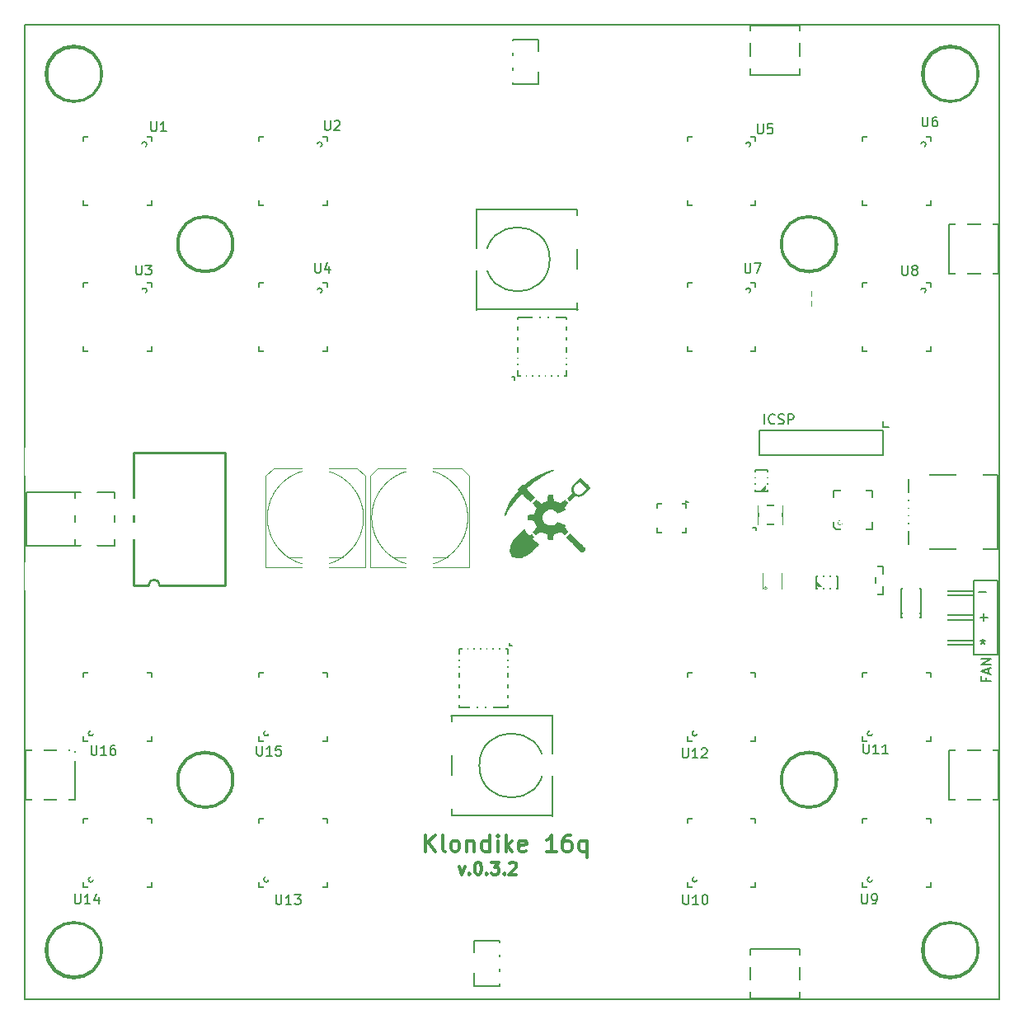
<source format=gto>
G04 (created by PCBNEW (2013-05-16 BZR 4016)-stable) date 24. 12. 2013 17:26:23*
%MOIN*%
G04 Gerber Fmt 3.4, Leading zero omitted, Abs format*
%FSLAX34Y34*%
G01*
G70*
G90*
G04 APERTURE LIST*
%ADD10C,0.00590551*%
%ADD11C,0.00393701*%
%ADD12C,0.011811*%
%ADD13C,0.00787402*%
%ADD14C,0.0001*%
%ADD15C,0.015*%
%ADD16C,0.005*%
%ADD17C,0.0028*%
%ADD18C,0.01*%
%ADD19C,0.000984252*%
%ADD20C,0.006*%
%ADD21C,0.008*%
%ADD22C,0.004*%
%ADD23C,0.0079*%
%ADD24R,0.232472X0.116331*%
%ADD25R,0.287591X0.0671181*%
%ADD26C,0.20885*%
%ADD27R,0.0375906X0.0454646*%
%ADD28R,0.0828X0.0749*%
%ADD29C,0.0474*%
%ADD30R,0.1005X0.0316*%
%ADD31R,0.1104X0.0907*%
%ADD32R,0.0379843X0.023811*%
%ADD33R,0.0513701X0.0513701*%
%ADD34R,0.0907402X0.062*%
%ADD35R,0.0356X0.0277*%
%ADD36C,0.11811*%
%ADD37R,0.137984X0.0513701*%
%ADD38R,0.0513701X0.137984*%
%ADD39R,0.0316X0.0238*%
%ADD40R,0.0238X0.0316*%
%ADD41R,0.224598X0.224598*%
%ADD42R,0.0238X0.0415*%
%ADD43R,0.0415X0.0238*%
%ADD44R,0.0828661X0.0828661*%
%ADD45R,0.0513701X0.0434961*%
%ADD46R,0.0238X0.0395*%
%ADD47R,0.0395X0.0238*%
%ADD48R,0.0297165X0.110031*%
%ADD49R,0.0958583X0.12578*%
%ADD50R,0.0521575X0.110031*%
%ADD51R,0.117906X0.0730236*%
%ADD52R,0.035622X0.0289291*%
%ADD53R,0.0289291X0.0395591*%
%ADD54R,0.023811X0.0379843*%
%ADD55O,0.0946X0.0946*%
%ADD56C,0.13011*%
%ADD57R,0.031685X0.031685*%
%ADD58R,0.0631811X0.0474331*%
%ADD59R,0.0868031X0.0474331*%
%ADD60R,0.118299X0.0789291*%
%ADD61R,0.0255906X0.0393701*%
%ADD62R,0.0216535X0.0393701*%
%ADD63R,0.0671181X0.0513701*%
%ADD64R,0.0434961X0.0434961*%
%ADD65R,0.0671181X0.0631811*%
%ADD66R,0.0868031X0.0907402*%
%ADD67R,0.122236X0.134047*%
%ADD68R,0.0749921X0.0434961*%
%ADD69R,0.0434961X0.0513701*%
%ADD70R,0.110425X0.16948*%
%ADD71R,0.0434961X0.0474331*%
%ADD72R,0.0474331X0.0434961*%
%ADD73R,0.0474331X0.0395591*%
%ADD74R,0.0395591X0.0474331*%
%ADD75R,0.0395591X0.031685*%
%ADD76R,0.031685X0.0395591*%
%ADD77R,0.035622X0.031685*%
%ADD78R,0.031685X0.035622*%
%ADD79R,0.110425X0.110425*%
%ADD80R,0.023811X0.0434961*%
%ADD81R,0.0434961X0.023811*%
%ADD82R,0.0435X0.023811*%
G04 APERTURE END LIST*
G54D10*
G54D11*
X68780Y-44429D02*
G75*
G03X68780Y-44429I-69J0D01*
G74*
G01*
X71835Y-41771D02*
G75*
G03X71835Y-41771I-102J0D01*
G74*
G01*
G54D12*
X56320Y-55668D02*
X56437Y-55996D01*
X56554Y-55668D01*
X56742Y-55949D02*
X56765Y-55973D01*
X56742Y-55996D01*
X56718Y-55973D01*
X56742Y-55949D01*
X56742Y-55996D01*
X57070Y-55504D02*
X57117Y-55504D01*
X57163Y-55527D01*
X57187Y-55551D01*
X57210Y-55598D01*
X57234Y-55691D01*
X57234Y-55808D01*
X57210Y-55902D01*
X57187Y-55949D01*
X57163Y-55973D01*
X57117Y-55996D01*
X57070Y-55996D01*
X57023Y-55973D01*
X56999Y-55949D01*
X56976Y-55902D01*
X56953Y-55808D01*
X56953Y-55691D01*
X56976Y-55598D01*
X56999Y-55551D01*
X57023Y-55527D01*
X57070Y-55504D01*
X57445Y-55949D02*
X57468Y-55973D01*
X57445Y-55996D01*
X57421Y-55973D01*
X57445Y-55949D01*
X57445Y-55996D01*
X57632Y-55504D02*
X57937Y-55504D01*
X57773Y-55691D01*
X57843Y-55691D01*
X57890Y-55715D01*
X57913Y-55738D01*
X57937Y-55785D01*
X57937Y-55902D01*
X57913Y-55949D01*
X57890Y-55973D01*
X57843Y-55996D01*
X57702Y-55996D01*
X57656Y-55973D01*
X57632Y-55949D01*
X58148Y-55949D02*
X58171Y-55973D01*
X58148Y-55996D01*
X58124Y-55973D01*
X58148Y-55949D01*
X58148Y-55996D01*
X58359Y-55551D02*
X58382Y-55527D01*
X58429Y-55504D01*
X58546Y-55504D01*
X58593Y-55527D01*
X58616Y-55551D01*
X58640Y-55598D01*
X58640Y-55644D01*
X58616Y-55715D01*
X58335Y-55996D01*
X58640Y-55996D01*
G54D13*
X68336Y-41958D02*
X68336Y-42076D01*
X68198Y-41958D02*
X68336Y-41958D01*
X73464Y-37903D02*
X73464Y-37687D01*
X73474Y-37903D02*
X73710Y-37903D01*
X58375Y-46742D02*
X58454Y-46742D01*
X58356Y-46643D02*
X58356Y-46742D01*
X58572Y-35875D02*
X58572Y-36003D01*
X58454Y-35875D02*
X58572Y-35875D01*
X77620Y-48045D02*
X77620Y-48176D01*
X77826Y-48176D02*
X77432Y-48176D01*
X77432Y-47988D01*
X77714Y-47857D02*
X77714Y-47670D01*
X77826Y-47895D02*
X77432Y-47763D01*
X77826Y-47632D01*
X77826Y-47501D02*
X77432Y-47501D01*
X77826Y-47276D01*
X77432Y-47276D01*
X77500Y-46488D02*
X77500Y-46581D01*
X77406Y-46544D02*
X77500Y-46581D01*
X77593Y-46544D01*
X77443Y-46656D02*
X77500Y-46581D01*
X77556Y-46656D01*
X77330Y-44586D02*
X77630Y-44586D01*
X77389Y-45590D02*
X77689Y-45590D01*
X77539Y-45740D02*
X77539Y-45440D01*
X68670Y-37777D02*
X68670Y-37383D01*
X69083Y-37739D02*
X69064Y-37758D01*
X69008Y-37777D01*
X68970Y-37777D01*
X68914Y-37758D01*
X68877Y-37721D01*
X68858Y-37683D01*
X68839Y-37608D01*
X68839Y-37552D01*
X68858Y-37477D01*
X68877Y-37440D01*
X68914Y-37402D01*
X68970Y-37383D01*
X69008Y-37383D01*
X69064Y-37402D01*
X69083Y-37421D01*
X69233Y-37758D02*
X69289Y-37777D01*
X69383Y-37777D01*
X69420Y-37758D01*
X69439Y-37739D01*
X69458Y-37702D01*
X69458Y-37664D01*
X69439Y-37627D01*
X69420Y-37608D01*
X69383Y-37589D01*
X69308Y-37571D01*
X69270Y-37552D01*
X69251Y-37533D01*
X69233Y-37496D01*
X69233Y-37458D01*
X69251Y-37421D01*
X69270Y-37402D01*
X69308Y-37383D01*
X69401Y-37383D01*
X69458Y-37402D01*
X69626Y-37777D02*
X69626Y-37383D01*
X69776Y-37383D01*
X69814Y-37402D01*
X69833Y-37421D01*
X69851Y-37458D01*
X69851Y-37514D01*
X69833Y-37552D01*
X69814Y-37571D01*
X69776Y-37589D01*
X69626Y-37589D01*
X65511Y-40925D02*
X65590Y-40925D01*
X65511Y-40856D02*
X65511Y-40925D01*
X41451Y-50769D02*
X41451Y-51088D01*
X41470Y-51125D01*
X41489Y-51144D01*
X41526Y-51163D01*
X41601Y-51163D01*
X41639Y-51144D01*
X41657Y-51125D01*
X41676Y-51088D01*
X41676Y-50769D01*
X42070Y-51163D02*
X41845Y-51163D01*
X41957Y-51163D02*
X41957Y-50769D01*
X41920Y-50825D01*
X41882Y-50863D01*
X41845Y-50882D01*
X42407Y-50769D02*
X42332Y-50769D01*
X42295Y-50788D01*
X42276Y-50807D01*
X42238Y-50863D01*
X42220Y-50938D01*
X42220Y-51088D01*
X42238Y-51125D01*
X42257Y-51144D01*
X42295Y-51163D01*
X42370Y-51163D01*
X42407Y-51144D01*
X42426Y-51125D01*
X42445Y-51088D01*
X42445Y-50994D01*
X42426Y-50957D01*
X42407Y-50938D01*
X42370Y-50919D01*
X42295Y-50919D01*
X42257Y-50938D01*
X42238Y-50957D01*
X42220Y-50994D01*
X48144Y-50799D02*
X48144Y-51117D01*
X48163Y-51155D01*
X48181Y-51174D01*
X48219Y-51192D01*
X48294Y-51192D01*
X48331Y-51174D01*
X48350Y-51155D01*
X48369Y-51117D01*
X48369Y-50799D01*
X48763Y-51192D02*
X48538Y-51192D01*
X48650Y-51192D02*
X48650Y-50799D01*
X48613Y-50855D01*
X48575Y-50892D01*
X48538Y-50911D01*
X49119Y-50799D02*
X48931Y-50799D01*
X48913Y-50986D01*
X48931Y-50967D01*
X48969Y-50949D01*
X49063Y-50949D01*
X49100Y-50967D01*
X49119Y-50986D01*
X49138Y-51024D01*
X49138Y-51117D01*
X49119Y-51155D01*
X49100Y-51174D01*
X49063Y-51192D01*
X48969Y-51192D01*
X48931Y-51174D01*
X48913Y-51155D01*
X40792Y-56783D02*
X40792Y-57102D01*
X40810Y-57139D01*
X40829Y-57158D01*
X40867Y-57177D01*
X40942Y-57177D01*
X40979Y-57158D01*
X40998Y-57139D01*
X41017Y-57102D01*
X41017Y-56783D01*
X41410Y-57177D02*
X41185Y-57177D01*
X41298Y-57177D02*
X41298Y-56783D01*
X41260Y-56839D01*
X41223Y-56877D01*
X41185Y-56895D01*
X41748Y-56914D02*
X41748Y-57177D01*
X41654Y-56764D02*
X41560Y-57045D01*
X41804Y-57045D01*
X48922Y-56812D02*
X48922Y-57131D01*
X48940Y-57169D01*
X48959Y-57187D01*
X48997Y-57206D01*
X49071Y-57206D01*
X49109Y-57187D01*
X49128Y-57169D01*
X49146Y-57131D01*
X49146Y-56812D01*
X49540Y-57206D02*
X49315Y-57206D01*
X49428Y-57206D02*
X49428Y-56812D01*
X49390Y-56869D01*
X49353Y-56906D01*
X49315Y-56925D01*
X49671Y-56812D02*
X49915Y-56812D01*
X49784Y-56962D01*
X49840Y-56962D01*
X49878Y-56981D01*
X49896Y-57000D01*
X49915Y-57037D01*
X49915Y-57131D01*
X49896Y-57169D01*
X49878Y-57187D01*
X49840Y-57206D01*
X49728Y-57206D01*
X49690Y-57187D01*
X49671Y-57169D01*
X65359Y-50887D02*
X65359Y-51206D01*
X65377Y-51243D01*
X65396Y-51262D01*
X65434Y-51281D01*
X65508Y-51281D01*
X65546Y-51262D01*
X65565Y-51243D01*
X65583Y-51206D01*
X65583Y-50887D01*
X65977Y-51281D02*
X65752Y-51281D01*
X65865Y-51281D02*
X65865Y-50887D01*
X65827Y-50943D01*
X65790Y-50981D01*
X65752Y-51000D01*
X66127Y-50925D02*
X66146Y-50906D01*
X66183Y-50887D01*
X66277Y-50887D01*
X66315Y-50906D01*
X66333Y-50925D01*
X66352Y-50962D01*
X66352Y-51000D01*
X66333Y-51056D01*
X66108Y-51281D01*
X66352Y-51281D01*
X72672Y-50710D02*
X72672Y-51029D01*
X72690Y-51066D01*
X72709Y-51085D01*
X72747Y-51104D01*
X72821Y-51104D01*
X72859Y-51085D01*
X72878Y-51066D01*
X72896Y-51029D01*
X72896Y-50710D01*
X73290Y-51104D02*
X73065Y-51104D01*
X73178Y-51104D02*
X73178Y-50710D01*
X73140Y-50766D01*
X73103Y-50804D01*
X73065Y-50823D01*
X73665Y-51104D02*
X73440Y-51104D01*
X73553Y-51104D02*
X73553Y-50710D01*
X73515Y-50766D01*
X73478Y-50804D01*
X73440Y-50823D01*
X65378Y-56812D02*
X65378Y-57131D01*
X65397Y-57169D01*
X65416Y-57187D01*
X65453Y-57206D01*
X65528Y-57206D01*
X65566Y-57187D01*
X65584Y-57169D01*
X65603Y-57131D01*
X65603Y-56812D01*
X65997Y-57206D02*
X65772Y-57206D01*
X65884Y-57206D02*
X65884Y-56812D01*
X65847Y-56869D01*
X65809Y-56906D01*
X65772Y-56925D01*
X66241Y-56812D02*
X66278Y-56812D01*
X66316Y-56831D01*
X66334Y-56850D01*
X66353Y-56887D01*
X66372Y-56962D01*
X66372Y-57056D01*
X66353Y-57131D01*
X66334Y-57169D01*
X66316Y-57187D01*
X66278Y-57206D01*
X66241Y-57206D01*
X66203Y-57187D01*
X66184Y-57169D01*
X66166Y-57131D01*
X66147Y-57056D01*
X66147Y-56962D01*
X66166Y-56887D01*
X66184Y-56850D01*
X66203Y-56831D01*
X66241Y-56812D01*
X72603Y-56783D02*
X72603Y-57102D01*
X72622Y-57139D01*
X72641Y-57158D01*
X72678Y-57177D01*
X72753Y-57177D01*
X72791Y-57158D01*
X72809Y-57139D01*
X72828Y-57102D01*
X72828Y-56783D01*
X73034Y-57177D02*
X73109Y-57177D01*
X73147Y-57158D01*
X73166Y-57139D01*
X73203Y-57083D01*
X73222Y-57008D01*
X73222Y-56858D01*
X73203Y-56820D01*
X73184Y-56802D01*
X73147Y-56783D01*
X73072Y-56783D01*
X73034Y-56802D01*
X73016Y-56820D01*
X72997Y-56858D01*
X72997Y-56952D01*
X73016Y-56989D01*
X73034Y-57008D01*
X73072Y-57027D01*
X73147Y-57027D01*
X73184Y-57008D01*
X73203Y-56989D01*
X73222Y-56952D01*
X74237Y-31379D02*
X74237Y-31698D01*
X74256Y-31736D01*
X74274Y-31754D01*
X74312Y-31773D01*
X74387Y-31773D01*
X74424Y-31754D01*
X74443Y-31736D01*
X74462Y-31698D01*
X74462Y-31379D01*
X74706Y-31548D02*
X74668Y-31529D01*
X74649Y-31511D01*
X74631Y-31473D01*
X74631Y-31454D01*
X74649Y-31417D01*
X74668Y-31398D01*
X74706Y-31379D01*
X74781Y-31379D01*
X74818Y-31398D01*
X74837Y-31417D01*
X74856Y-31454D01*
X74856Y-31473D01*
X74837Y-31511D01*
X74818Y-31529D01*
X74781Y-31548D01*
X74706Y-31548D01*
X74668Y-31567D01*
X74649Y-31586D01*
X74631Y-31623D01*
X74631Y-31698D01*
X74649Y-31736D01*
X74668Y-31754D01*
X74706Y-31773D01*
X74781Y-31773D01*
X74818Y-31754D01*
X74837Y-31736D01*
X74856Y-31698D01*
X74856Y-31623D01*
X74837Y-31586D01*
X74818Y-31567D01*
X74781Y-31548D01*
X67889Y-31281D02*
X67889Y-31600D01*
X67907Y-31637D01*
X67926Y-31656D01*
X67964Y-31675D01*
X68038Y-31675D01*
X68076Y-31656D01*
X68095Y-31637D01*
X68113Y-31600D01*
X68113Y-31281D01*
X68263Y-31281D02*
X68526Y-31281D01*
X68357Y-31675D01*
X75054Y-25356D02*
X75054Y-25674D01*
X75073Y-25712D01*
X75091Y-25731D01*
X75129Y-25749D01*
X75204Y-25749D01*
X75241Y-25731D01*
X75260Y-25712D01*
X75279Y-25674D01*
X75279Y-25356D01*
X75635Y-25356D02*
X75560Y-25356D01*
X75523Y-25374D01*
X75504Y-25393D01*
X75466Y-25449D01*
X75448Y-25524D01*
X75448Y-25674D01*
X75466Y-25712D01*
X75485Y-25731D01*
X75523Y-25749D01*
X75598Y-25749D01*
X75635Y-25731D01*
X75654Y-25712D01*
X75673Y-25674D01*
X75673Y-25581D01*
X75654Y-25543D01*
X75635Y-25524D01*
X75598Y-25506D01*
X75523Y-25506D01*
X75485Y-25524D01*
X75466Y-25543D01*
X75448Y-25581D01*
X68390Y-25651D02*
X68390Y-25970D01*
X68409Y-26007D01*
X68428Y-26026D01*
X68465Y-26045D01*
X68540Y-26045D01*
X68578Y-26026D01*
X68597Y-26007D01*
X68615Y-25970D01*
X68615Y-25651D01*
X68990Y-25651D02*
X68803Y-25651D01*
X68784Y-25838D01*
X68803Y-25820D01*
X68840Y-25801D01*
X68934Y-25801D01*
X68972Y-25820D01*
X68990Y-25838D01*
X69009Y-25876D01*
X69009Y-25970D01*
X68990Y-26007D01*
X68972Y-26026D01*
X68934Y-26045D01*
X68840Y-26045D01*
X68803Y-26026D01*
X68784Y-26007D01*
X50497Y-31271D02*
X50497Y-31590D01*
X50516Y-31627D01*
X50534Y-31646D01*
X50572Y-31665D01*
X50647Y-31665D01*
X50684Y-31646D01*
X50703Y-31627D01*
X50722Y-31590D01*
X50722Y-31271D01*
X51078Y-31402D02*
X51078Y-31665D01*
X50984Y-31252D02*
X50890Y-31534D01*
X51134Y-31534D01*
X43263Y-31360D02*
X43263Y-31678D01*
X43281Y-31716D01*
X43300Y-31735D01*
X43338Y-31753D01*
X43413Y-31753D01*
X43450Y-31735D01*
X43469Y-31716D01*
X43488Y-31678D01*
X43488Y-31360D01*
X43637Y-31360D02*
X43881Y-31360D01*
X43750Y-31510D01*
X43806Y-31510D01*
X43844Y-31528D01*
X43862Y-31547D01*
X43881Y-31585D01*
X43881Y-31678D01*
X43862Y-31716D01*
X43844Y-31735D01*
X43806Y-31753D01*
X43694Y-31753D01*
X43656Y-31735D01*
X43637Y-31716D01*
X50890Y-25503D02*
X50890Y-25822D01*
X50909Y-25860D01*
X50928Y-25878D01*
X50965Y-25897D01*
X51040Y-25897D01*
X51078Y-25878D01*
X51097Y-25860D01*
X51115Y-25822D01*
X51115Y-25503D01*
X51284Y-25541D02*
X51303Y-25522D01*
X51340Y-25503D01*
X51434Y-25503D01*
X51472Y-25522D01*
X51490Y-25541D01*
X51509Y-25578D01*
X51509Y-25616D01*
X51490Y-25672D01*
X51265Y-25897D01*
X51509Y-25897D01*
X43873Y-25553D02*
X43873Y-25871D01*
X43892Y-25909D01*
X43910Y-25928D01*
X43948Y-25946D01*
X44023Y-25946D01*
X44060Y-25928D01*
X44079Y-25909D01*
X44098Y-25871D01*
X44098Y-25553D01*
X44491Y-25946D02*
X44266Y-25946D01*
X44379Y-25946D02*
X44379Y-25553D01*
X44341Y-25609D01*
X44304Y-25646D01*
X44266Y-25665D01*
G54D12*
X54967Y-55082D02*
X54967Y-54393D01*
X55360Y-55082D02*
X55065Y-54688D01*
X55360Y-54393D02*
X54967Y-54786D01*
X55754Y-55082D02*
X55688Y-55049D01*
X55656Y-54983D01*
X55656Y-54393D01*
X56115Y-55082D02*
X56049Y-55049D01*
X56017Y-55016D01*
X55984Y-54950D01*
X55984Y-54753D01*
X56017Y-54688D01*
X56049Y-54655D01*
X56115Y-54622D01*
X56213Y-54622D01*
X56279Y-54655D01*
X56312Y-54688D01*
X56345Y-54753D01*
X56345Y-54950D01*
X56312Y-55016D01*
X56279Y-55049D01*
X56213Y-55082D01*
X56115Y-55082D01*
X56640Y-54622D02*
X56640Y-55082D01*
X56640Y-54688D02*
X56673Y-54655D01*
X56738Y-54622D01*
X56837Y-54622D01*
X56902Y-54655D01*
X56935Y-54721D01*
X56935Y-55082D01*
X57559Y-55082D02*
X57559Y-54393D01*
X57559Y-55049D02*
X57493Y-55082D01*
X57362Y-55082D01*
X57296Y-55049D01*
X57263Y-55016D01*
X57230Y-54950D01*
X57230Y-54753D01*
X57263Y-54688D01*
X57296Y-54655D01*
X57362Y-54622D01*
X57493Y-54622D01*
X57559Y-54655D01*
X57887Y-55082D02*
X57887Y-54622D01*
X57887Y-54393D02*
X57854Y-54425D01*
X57887Y-54458D01*
X57919Y-54425D01*
X57887Y-54393D01*
X57887Y-54458D01*
X58215Y-55082D02*
X58215Y-54393D01*
X58280Y-54819D02*
X58477Y-55082D01*
X58477Y-54622D02*
X58215Y-54885D01*
X59035Y-55049D02*
X58969Y-55082D01*
X58838Y-55082D01*
X58772Y-55049D01*
X58740Y-54983D01*
X58740Y-54721D01*
X58772Y-54655D01*
X58838Y-54622D01*
X58969Y-54622D01*
X59035Y-54655D01*
X59068Y-54721D01*
X59068Y-54786D01*
X58740Y-54852D01*
X60249Y-55082D02*
X59855Y-55082D01*
X60052Y-55082D02*
X60052Y-54393D01*
X59986Y-54491D01*
X59921Y-54557D01*
X59855Y-54589D01*
X60839Y-54393D02*
X60708Y-54393D01*
X60643Y-54425D01*
X60610Y-54458D01*
X60544Y-54557D01*
X60511Y-54688D01*
X60511Y-54950D01*
X60544Y-55016D01*
X60577Y-55049D01*
X60643Y-55082D01*
X60774Y-55082D01*
X60839Y-55049D01*
X60872Y-55016D01*
X60905Y-54950D01*
X60905Y-54786D01*
X60872Y-54721D01*
X60839Y-54688D01*
X60774Y-54655D01*
X60643Y-54655D01*
X60577Y-54688D01*
X60544Y-54721D01*
X60511Y-54786D01*
X61496Y-54622D02*
X61496Y-55311D01*
X61496Y-55049D02*
X61430Y-55082D01*
X61299Y-55082D01*
X61233Y-55049D01*
X61200Y-55016D01*
X61167Y-54950D01*
X61167Y-54753D01*
X61200Y-54688D01*
X61233Y-54655D01*
X61299Y-54622D01*
X61430Y-54622D01*
X61496Y-54655D01*
G54D10*
X38779Y-61023D02*
X78149Y-61023D01*
X78149Y-61023D02*
X78149Y-21653D01*
X78149Y-21653D02*
X38779Y-21653D01*
X38779Y-21653D02*
X38779Y-61023D01*
X40807Y-40541D02*
X42381Y-40541D01*
X42381Y-40541D02*
X42381Y-42706D01*
X42381Y-42706D02*
X40807Y-42706D01*
X38838Y-42706D02*
X38838Y-40541D01*
X38838Y-40541D02*
X40807Y-40541D01*
X40807Y-40541D02*
X40807Y-42706D01*
X40807Y-42706D02*
X38838Y-42706D01*
G54D14*
G36*
X61233Y-39949D02*
X61241Y-39955D01*
X61258Y-39970D01*
X61283Y-39993D01*
X61314Y-40022D01*
X61350Y-40057D01*
X61389Y-40095D01*
X61397Y-40103D01*
X61189Y-40103D01*
X61088Y-40206D01*
X61045Y-40250D01*
X61013Y-40286D01*
X60989Y-40315D01*
X60973Y-40341D01*
X60963Y-40366D01*
X60958Y-40391D01*
X60956Y-40419D01*
X60955Y-40430D01*
X60962Y-40486D01*
X60983Y-40537D01*
X61016Y-40579D01*
X61062Y-40612D01*
X61075Y-40619D01*
X61114Y-40631D01*
X61160Y-40634D01*
X61206Y-40631D01*
X61246Y-40619D01*
X61260Y-40610D01*
X61282Y-40593D01*
X61309Y-40570D01*
X61340Y-40542D01*
X61372Y-40512D01*
X61404Y-40483D01*
X61432Y-40454D01*
X61455Y-40430D01*
X61472Y-40412D01*
X61478Y-40401D01*
X61478Y-40400D01*
X61473Y-40393D01*
X61458Y-40376D01*
X61436Y-40351D01*
X61406Y-40321D01*
X61371Y-40285D01*
X61334Y-40247D01*
X61189Y-40103D01*
X61397Y-40103D01*
X61430Y-40136D01*
X61471Y-40177D01*
X61510Y-40217D01*
X61547Y-40255D01*
X61580Y-40290D01*
X61607Y-40318D01*
X61627Y-40340D01*
X61638Y-40354D01*
X61640Y-40357D01*
X61635Y-40366D01*
X61620Y-40383D01*
X61597Y-40408D01*
X61567Y-40440D01*
X61532Y-40476D01*
X61493Y-40516D01*
X61488Y-40520D01*
X61442Y-40567D01*
X61404Y-40603D01*
X61374Y-40631D01*
X61350Y-40653D01*
X61330Y-40669D01*
X61312Y-40681D01*
X61295Y-40691D01*
X61282Y-40697D01*
X61254Y-40710D01*
X61231Y-40718D01*
X61208Y-40721D01*
X61178Y-40722D01*
X61159Y-40722D01*
X61118Y-40721D01*
X61088Y-40717D01*
X61063Y-40709D01*
X61055Y-40706D01*
X61021Y-40690D01*
X60911Y-40799D01*
X60801Y-40907D01*
X60742Y-40848D01*
X60682Y-40788D01*
X60791Y-40679D01*
X60828Y-40641D01*
X60856Y-40613D01*
X60875Y-40593D01*
X60887Y-40578D01*
X60893Y-40568D01*
X60894Y-40560D01*
X60892Y-40553D01*
X60890Y-40550D01*
X60871Y-40497D01*
X60865Y-40439D01*
X60870Y-40378D01*
X60889Y-40318D01*
X60897Y-40300D01*
X60907Y-40282D01*
X60918Y-40264D01*
X60932Y-40245D01*
X60951Y-40223D01*
X60976Y-40196D01*
X61008Y-40162D01*
X61049Y-40121D01*
X61073Y-40098D01*
X61112Y-40059D01*
X61149Y-40024D01*
X61180Y-39994D01*
X61206Y-39971D01*
X61224Y-39955D01*
X61232Y-39949D01*
X61233Y-39949D01*
X61233Y-39949D01*
X61233Y-39949D01*
G37*
G36*
X60818Y-42204D02*
X60825Y-42209D01*
X60841Y-42224D01*
X60866Y-42247D01*
X60897Y-42277D01*
X60935Y-42313D01*
X60977Y-42354D01*
X61011Y-42387D01*
X61062Y-42437D01*
X61117Y-42491D01*
X61173Y-42545D01*
X61226Y-42597D01*
X61274Y-42643D01*
X61314Y-42683D01*
X61323Y-42691D01*
X61364Y-42732D01*
X61396Y-42764D01*
X61419Y-42788D01*
X61434Y-42806D01*
X61443Y-42820D01*
X61447Y-42830D01*
X61448Y-42834D01*
X61445Y-42846D01*
X61437Y-42861D01*
X61421Y-42880D01*
X61395Y-42907D01*
X61379Y-42922D01*
X61352Y-42948D01*
X61327Y-42969D01*
X61308Y-42984D01*
X61297Y-42989D01*
X61296Y-42989D01*
X61286Y-42984D01*
X61267Y-42968D01*
X61239Y-42943D01*
X61205Y-42911D01*
X61166Y-42872D01*
X61132Y-42837D01*
X61089Y-42794D01*
X61041Y-42744D01*
X60988Y-42691D01*
X60935Y-42636D01*
X60882Y-42582D01*
X60856Y-42556D01*
X60660Y-42357D01*
X60736Y-42281D01*
X60764Y-42253D01*
X60788Y-42230D01*
X60806Y-42213D01*
X60817Y-42205D01*
X60818Y-42204D01*
X60818Y-42204D01*
X60818Y-42204D01*
G37*
G36*
X60115Y-40642D02*
X60132Y-40736D01*
X60141Y-40787D01*
X60148Y-40824D01*
X60154Y-40851D01*
X60160Y-40869D01*
X60168Y-40881D01*
X60178Y-40888D01*
X60191Y-40892D01*
X60209Y-40897D01*
X60214Y-40898D01*
X60245Y-40908D01*
X60283Y-40922D01*
X60322Y-40939D01*
X60340Y-40947D01*
X60414Y-40982D01*
X60511Y-40916D01*
X60545Y-40893D01*
X60574Y-40874D01*
X60597Y-40859D01*
X60611Y-40851D01*
X60614Y-40850D01*
X60622Y-40855D01*
X60638Y-40869D01*
X60660Y-40890D01*
X60681Y-40911D01*
X60742Y-40971D01*
X60672Y-41073D01*
X60602Y-41174D01*
X60625Y-41210D01*
X60636Y-41230D01*
X60642Y-41245D01*
X60642Y-41250D01*
X60633Y-41255D01*
X60613Y-41264D01*
X60582Y-41277D01*
X60543Y-41294D01*
X60498Y-41312D01*
X60473Y-41323D01*
X60310Y-41391D01*
X60266Y-41343D01*
X60212Y-41296D01*
X60153Y-41262D01*
X60089Y-41241D01*
X60023Y-41235D01*
X59957Y-41243D01*
X59892Y-41264D01*
X59847Y-41289D01*
X59795Y-41331D01*
X59754Y-41383D01*
X59724Y-41441D01*
X59707Y-41503D01*
X59702Y-41568D01*
X59709Y-41633D01*
X59730Y-41696D01*
X59765Y-41755D01*
X59765Y-41756D01*
X59810Y-41804D01*
X59863Y-41842D01*
X59923Y-41869D01*
X59987Y-41884D01*
X60052Y-41886D01*
X60099Y-41878D01*
X60149Y-41863D01*
X60190Y-41842D01*
X60229Y-41814D01*
X60261Y-41784D01*
X60282Y-41762D01*
X60300Y-41745D01*
X60311Y-41736D01*
X60312Y-41735D01*
X60321Y-41738D01*
X60341Y-41746D01*
X60371Y-41757D01*
X60407Y-41772D01*
X60447Y-41789D01*
X60490Y-41806D01*
X60531Y-41824D01*
X60569Y-41840D01*
X60602Y-41854D01*
X60626Y-41864D01*
X60639Y-41870D01*
X60641Y-41872D01*
X60640Y-41881D01*
X60633Y-41898D01*
X60625Y-41913D01*
X60602Y-41949D01*
X60671Y-42048D01*
X60739Y-42148D01*
X60675Y-42211D01*
X60611Y-42275D01*
X60514Y-42209D01*
X60480Y-42186D01*
X60450Y-42166D01*
X60427Y-42152D01*
X60413Y-42144D01*
X60410Y-42143D01*
X60399Y-42146D01*
X60379Y-42156D01*
X60360Y-42166D01*
X60335Y-42178D01*
X60301Y-42192D01*
X60263Y-42207D01*
X60239Y-42215D01*
X60204Y-42226D01*
X60181Y-42235D01*
X60167Y-42243D01*
X60159Y-42250D01*
X60156Y-42260D01*
X60154Y-42267D01*
X60151Y-42285D01*
X60145Y-42313D01*
X60139Y-42349D01*
X60132Y-42387D01*
X60115Y-42481D01*
X60025Y-42481D01*
X59934Y-42481D01*
X59912Y-42362D01*
X59905Y-42321D01*
X59898Y-42285D01*
X59892Y-42258D01*
X59887Y-42241D01*
X59886Y-42237D01*
X59877Y-42232D01*
X59857Y-42224D01*
X59830Y-42214D01*
X59816Y-42210D01*
X59778Y-42196D01*
X59738Y-42179D01*
X59705Y-42162D01*
X59701Y-42160D01*
X59651Y-42130D01*
X59544Y-42203D01*
X59438Y-42276D01*
X59374Y-42212D01*
X59310Y-42148D01*
X59383Y-42041D01*
X59456Y-41934D01*
X59430Y-41883D01*
X59398Y-41815D01*
X59375Y-41750D01*
X59370Y-41730D01*
X59362Y-41699D01*
X59268Y-41682D01*
X59228Y-41674D01*
X59189Y-41667D01*
X59157Y-41661D01*
X59137Y-41656D01*
X59100Y-41649D01*
X59102Y-41560D01*
X59105Y-41470D01*
X59231Y-41447D01*
X59357Y-41423D01*
X59381Y-41354D01*
X59395Y-41316D01*
X59412Y-41277D01*
X59427Y-41244D01*
X59431Y-41237D01*
X59445Y-41208D01*
X59451Y-41188D01*
X59450Y-41179D01*
X59444Y-41170D01*
X59430Y-41150D01*
X59412Y-41122D01*
X59389Y-41089D01*
X59377Y-41072D01*
X59310Y-40975D01*
X59374Y-40911D01*
X59439Y-40847D01*
X59543Y-40918D01*
X59648Y-40990D01*
X59715Y-40955D01*
X59750Y-40938D01*
X59787Y-40922D01*
X59819Y-40910D01*
X59828Y-40907D01*
X59854Y-40899D01*
X59874Y-40890D01*
X59883Y-40885D01*
X59887Y-40875D01*
X59893Y-40852D01*
X59901Y-40821D01*
X59909Y-40782D01*
X59913Y-40759D01*
X59934Y-40642D01*
X60025Y-40642D01*
X60115Y-40642D01*
X60115Y-40642D01*
X60115Y-40642D01*
G37*
G36*
X60181Y-39636D02*
X60194Y-39639D01*
X60195Y-39640D01*
X60193Y-39641D01*
X60181Y-39645D01*
X60158Y-39655D01*
X60126Y-39670D01*
X60087Y-39689D01*
X60043Y-39710D01*
X59996Y-39733D01*
X59949Y-39757D01*
X59905Y-39780D01*
X59865Y-39802D01*
X59831Y-39820D01*
X59819Y-39827D01*
X59685Y-39909D01*
X59548Y-40001D01*
X59410Y-40101D01*
X59277Y-40205D01*
X59151Y-40311D01*
X59109Y-40349D01*
X59059Y-40394D01*
X59082Y-40421D01*
X59093Y-40433D01*
X59113Y-40456D01*
X59141Y-40485D01*
X59174Y-40521D01*
X59210Y-40561D01*
X59250Y-40604D01*
X59395Y-40759D01*
X59308Y-40847D01*
X59220Y-40934D01*
X59197Y-40913D01*
X59183Y-40900D01*
X59161Y-40880D01*
X59132Y-40854D01*
X59100Y-40824D01*
X59078Y-40804D01*
X59039Y-40769D01*
X58999Y-40732D01*
X58961Y-40696D01*
X58929Y-40665D01*
X58919Y-40655D01*
X58857Y-40595D01*
X58771Y-40692D01*
X58627Y-40863D01*
X58497Y-41034D01*
X58380Y-41206D01*
X58273Y-41382D01*
X58256Y-41412D01*
X58237Y-41446D01*
X58222Y-41469D01*
X58210Y-41484D01*
X58198Y-41494D01*
X58184Y-41501D01*
X58175Y-41505D01*
X58155Y-41512D01*
X58141Y-41514D01*
X58139Y-41512D01*
X58141Y-41496D01*
X58147Y-41469D01*
X58155Y-41436D01*
X58165Y-41401D01*
X58176Y-41367D01*
X58182Y-41348D01*
X58253Y-41172D01*
X58339Y-41000D01*
X58439Y-40833D01*
X58552Y-40672D01*
X58668Y-40528D01*
X58717Y-40472D01*
X58700Y-40453D01*
X58683Y-40435D01*
X58699Y-40414D01*
X58713Y-40396D01*
X58735Y-40373D01*
X58761Y-40346D01*
X58790Y-40318D01*
X58819Y-40290D01*
X58846Y-40266D01*
X58868Y-40248D01*
X58884Y-40236D01*
X58889Y-40234D01*
X58906Y-40239D01*
X58917Y-40246D01*
X58923Y-40251D01*
X58931Y-40251D01*
X58942Y-40246D01*
X58959Y-40233D01*
X58984Y-40212D01*
X58994Y-40203D01*
X59129Y-40095D01*
X59269Y-39995D01*
X59415Y-39905D01*
X59564Y-39826D01*
X59714Y-39759D01*
X59864Y-39705D01*
X60012Y-39663D01*
X60059Y-39653D01*
X60098Y-39646D01*
X60134Y-39640D01*
X60163Y-39637D01*
X60180Y-39636D01*
X60181Y-39636D01*
X60181Y-39636D01*
X60181Y-39636D01*
G37*
G36*
X58947Y-42030D02*
X58957Y-42031D01*
X58969Y-42038D01*
X58984Y-42054D01*
X59003Y-42081D01*
X59018Y-42104D01*
X59042Y-42138D01*
X59069Y-42174D01*
X59097Y-42210D01*
X59123Y-42243D01*
X59145Y-42268D01*
X59160Y-42283D01*
X59168Y-42289D01*
X59176Y-42290D01*
X59187Y-42283D01*
X59203Y-42267D01*
X59212Y-42258D01*
X59250Y-42220D01*
X59310Y-42279D01*
X59370Y-42338D01*
X59331Y-42378D01*
X59292Y-42417D01*
X59335Y-42457D01*
X59361Y-42479D01*
X59394Y-42506D01*
X59429Y-42533D01*
X59441Y-42543D01*
X59482Y-42572D01*
X59511Y-42594D01*
X59531Y-42611D01*
X59544Y-42622D01*
X59551Y-42631D01*
X59554Y-42639D01*
X59555Y-42645D01*
X59550Y-42655D01*
X59537Y-42672D01*
X59514Y-42698D01*
X59481Y-42733D01*
X59438Y-42778D01*
X59384Y-42832D01*
X59380Y-42836D01*
X59334Y-42880D01*
X59290Y-42923D01*
X59249Y-42962D01*
X59212Y-42996D01*
X59182Y-43023D01*
X59160Y-43042D01*
X59155Y-43046D01*
X59061Y-43108D01*
X58968Y-43155D01*
X58872Y-43190D01*
X58772Y-43211D01*
X58738Y-43216D01*
X58680Y-43217D01*
X58618Y-43207D01*
X58557Y-43188D01*
X58503Y-43162D01*
X58467Y-43136D01*
X58441Y-43105D01*
X58416Y-43064D01*
X58395Y-43015D01*
X58381Y-42964D01*
X58376Y-42941D01*
X58373Y-42872D01*
X58381Y-42796D01*
X58400Y-42714D01*
X58430Y-42629D01*
X58442Y-42601D01*
X58462Y-42560D01*
X58485Y-42519D01*
X58513Y-42478D01*
X58547Y-42433D01*
X58588Y-42384D01*
X58638Y-42329D01*
X58697Y-42267D01*
X58740Y-42223D01*
X58784Y-42179D01*
X58824Y-42139D01*
X58861Y-42103D01*
X58891Y-42074D01*
X58915Y-42052D01*
X58930Y-42038D01*
X58935Y-42035D01*
X58947Y-42030D01*
X58947Y-42030D01*
X58947Y-42030D01*
G37*
G54D15*
X47159Y-30511D02*
G75*
G03X47159Y-30511I-1096J0D01*
G74*
G01*
G54D10*
X68425Y-41850D02*
X69409Y-41850D01*
X69409Y-41850D02*
X69409Y-41062D01*
X69409Y-41062D02*
X68425Y-41062D01*
X68425Y-41062D02*
X68425Y-41850D01*
G54D16*
X74488Y-42853D02*
X78109Y-42853D01*
X78109Y-42853D02*
X78109Y-39823D01*
X78109Y-39823D02*
X74488Y-39823D01*
X74488Y-39823D02*
X74488Y-42853D01*
X68798Y-40253D02*
X68538Y-40513D01*
X68798Y-40313D02*
X68603Y-40513D01*
X68288Y-39823D02*
X68181Y-39823D01*
X68288Y-40333D02*
X68181Y-40333D01*
X68798Y-40078D02*
X68905Y-40078D01*
X68798Y-39823D02*
X68905Y-39823D01*
X68798Y-40333D02*
X68905Y-40333D01*
X68288Y-40078D02*
X68181Y-40078D01*
X68288Y-40513D02*
X68288Y-39643D01*
X68288Y-39643D02*
X68798Y-39643D01*
X68798Y-39643D02*
X68798Y-40513D01*
X68798Y-40513D02*
X68288Y-40513D01*
X73476Y-38043D02*
X73476Y-39043D01*
X73476Y-39043D02*
X68472Y-39043D01*
X68472Y-39033D02*
X68472Y-38033D01*
X68472Y-38043D02*
X73476Y-38043D01*
G54D10*
X75265Y-46525D02*
X77135Y-46525D01*
X77135Y-46525D02*
X77125Y-46712D01*
X77125Y-46712D02*
X75255Y-46712D01*
X75255Y-46712D02*
X75255Y-46535D01*
X75255Y-45521D02*
X77135Y-45521D01*
X77125Y-45521D02*
X77125Y-45708D01*
X77125Y-45708D02*
X75255Y-45708D01*
X75255Y-45708D02*
X75255Y-45521D01*
X75236Y-44704D02*
X75236Y-44527D01*
X75236Y-44527D02*
X75246Y-44537D01*
X75236Y-44527D02*
X77135Y-44527D01*
X77135Y-44527D02*
X77135Y-44694D01*
X77135Y-44694D02*
X75236Y-44694D01*
X77125Y-44114D02*
X77125Y-47106D01*
X77125Y-47106D02*
X78110Y-47106D01*
X78110Y-47106D02*
X78110Y-44114D01*
X78110Y-44114D02*
X77125Y-44114D01*
G54D17*
X70553Y-32616D02*
X70553Y-32416D01*
X70553Y-32416D02*
X70253Y-32416D01*
X70253Y-32416D02*
X70253Y-32616D01*
X70553Y-32816D02*
X70553Y-33016D01*
X70553Y-33016D02*
X70253Y-33016D01*
X70253Y-33016D02*
X70253Y-32816D01*
G54D10*
X68094Y-23657D02*
X68094Y-21657D01*
X68094Y-21657D02*
X70094Y-21657D01*
X70094Y-21657D02*
X70094Y-23657D01*
X70094Y-23657D02*
X68094Y-23657D01*
X76145Y-29708D02*
X78145Y-29708D01*
X78145Y-29708D02*
X78145Y-31708D01*
X78145Y-31708D02*
X76145Y-31708D01*
X76145Y-31708D02*
X76145Y-29708D01*
X76145Y-50968D02*
X78145Y-50968D01*
X78145Y-50968D02*
X78145Y-52968D01*
X78145Y-52968D02*
X76145Y-52968D01*
X76145Y-52968D02*
X76145Y-50968D01*
X70094Y-59019D02*
X70094Y-61019D01*
X70094Y-61019D02*
X68094Y-61019D01*
X68094Y-61019D02*
X68094Y-59019D01*
X68094Y-59019D02*
X70094Y-59019D01*
G54D16*
X41142Y-28936D02*
X43896Y-28936D01*
X43896Y-28936D02*
X43896Y-26182D01*
X43896Y-26182D02*
X41142Y-26182D01*
X41142Y-26182D02*
X41142Y-28936D01*
X43699Y-26477D02*
G75*
G03X43699Y-26477I-98J0D01*
G74*
G01*
X41142Y-34841D02*
X43896Y-34841D01*
X43896Y-34841D02*
X43896Y-32087D01*
X43896Y-32087D02*
X41142Y-32087D01*
X41142Y-32087D02*
X41142Y-34841D01*
X43699Y-32382D02*
G75*
G03X43699Y-32382I-98J0D01*
G74*
G01*
X48229Y-34841D02*
X50983Y-34841D01*
X50983Y-34841D02*
X50983Y-32087D01*
X50983Y-32087D02*
X48229Y-32087D01*
X48229Y-32087D02*
X48229Y-34841D01*
X50786Y-32382D02*
G75*
G03X50786Y-32382I-98J0D01*
G74*
G01*
X48229Y-28936D02*
X50983Y-28936D01*
X50983Y-28936D02*
X50983Y-26182D01*
X50983Y-26182D02*
X48229Y-26182D01*
X48229Y-26182D02*
X48229Y-28936D01*
X50786Y-26477D02*
G75*
G03X50786Y-26477I-98J0D01*
G74*
G01*
X43896Y-47835D02*
X41142Y-47835D01*
X41142Y-47835D02*
X41142Y-50589D01*
X41142Y-50589D02*
X43896Y-50589D01*
X43896Y-50589D02*
X43896Y-47835D01*
X41535Y-50294D02*
G75*
G03X41535Y-50294I-98J0D01*
G74*
G01*
X43896Y-53741D02*
X41142Y-53741D01*
X41142Y-53741D02*
X41142Y-56495D01*
X41142Y-56495D02*
X43896Y-56495D01*
X43896Y-56495D02*
X43896Y-53741D01*
X41535Y-56200D02*
G75*
G03X41535Y-56200I-98J0D01*
G74*
G01*
X50983Y-53741D02*
X48229Y-53741D01*
X48229Y-53741D02*
X48229Y-56495D01*
X48229Y-56495D02*
X50983Y-56495D01*
X50983Y-56495D02*
X50983Y-53741D01*
X48622Y-56200D02*
G75*
G03X48622Y-56200I-98J0D01*
G74*
G01*
X50983Y-47835D02*
X48229Y-47835D01*
X48229Y-47835D02*
X48229Y-50589D01*
X48229Y-50589D02*
X50983Y-50589D01*
X50983Y-50589D02*
X50983Y-47835D01*
X48622Y-50294D02*
G75*
G03X48622Y-50294I-98J0D01*
G74*
G01*
X68306Y-47835D02*
X65552Y-47835D01*
X65552Y-47835D02*
X65552Y-50589D01*
X65552Y-50589D02*
X68306Y-50589D01*
X68306Y-50589D02*
X68306Y-47835D01*
X65945Y-50294D02*
G75*
G03X65945Y-50294I-98J0D01*
G74*
G01*
X68306Y-53741D02*
X65552Y-53741D01*
X65552Y-53741D02*
X65552Y-56495D01*
X65552Y-56495D02*
X68306Y-56495D01*
X68306Y-56495D02*
X68306Y-53741D01*
X65945Y-56200D02*
G75*
G03X65945Y-56200I-98J0D01*
G74*
G01*
X75392Y-53741D02*
X72638Y-53741D01*
X72638Y-53741D02*
X72638Y-56495D01*
X72638Y-56495D02*
X75392Y-56495D01*
X75392Y-56495D02*
X75392Y-53741D01*
X73031Y-56200D02*
G75*
G03X73031Y-56200I-98J0D01*
G74*
G01*
X75392Y-47835D02*
X72638Y-47835D01*
X72638Y-47835D02*
X72638Y-50589D01*
X72638Y-50589D02*
X75392Y-50589D01*
X75392Y-50589D02*
X75392Y-47835D01*
X73031Y-50294D02*
G75*
G03X73031Y-50294I-98J0D01*
G74*
G01*
X72638Y-34841D02*
X75392Y-34841D01*
X75392Y-34841D02*
X75392Y-32087D01*
X75392Y-32087D02*
X72638Y-32087D01*
X72638Y-32087D02*
X72638Y-34841D01*
X75195Y-32382D02*
G75*
G03X75195Y-32382I-98J0D01*
G74*
G01*
X72638Y-28936D02*
X75392Y-28936D01*
X75392Y-28936D02*
X75392Y-26182D01*
X75392Y-26182D02*
X72638Y-26182D01*
X72638Y-26182D02*
X72638Y-28936D01*
X75195Y-26477D02*
G75*
G03X75195Y-26477I-98J0D01*
G74*
G01*
X65552Y-28936D02*
X68306Y-28936D01*
X68306Y-28936D02*
X68306Y-26182D01*
X68306Y-26182D02*
X65552Y-26182D01*
X65552Y-26182D02*
X65552Y-28936D01*
X68109Y-26477D02*
G75*
G03X68109Y-26477I-98J0D01*
G74*
G01*
X65552Y-34841D02*
X68306Y-34841D01*
X68306Y-34841D02*
X68306Y-32087D01*
X68306Y-32087D02*
X65552Y-32087D01*
X65552Y-32087D02*
X65552Y-34841D01*
X68109Y-32382D02*
G75*
G03X68109Y-32382I-98J0D01*
G74*
G01*
X65509Y-40995D02*
X64329Y-40995D01*
X64329Y-40995D02*
X64329Y-42175D01*
X64329Y-42175D02*
X65509Y-42175D01*
X65509Y-42175D02*
X65509Y-40995D01*
X58701Y-33474D02*
X58701Y-35836D01*
X58701Y-35836D02*
X60669Y-35836D01*
X60669Y-35836D02*
X60669Y-33474D01*
X60669Y-33474D02*
X58701Y-33474D01*
X58306Y-49245D02*
X58306Y-46883D01*
X58306Y-46883D02*
X56338Y-46883D01*
X56338Y-46883D02*
X56338Y-49245D01*
X56338Y-49245D02*
X58306Y-49245D01*
G54D10*
X40783Y-52968D02*
X38783Y-52968D01*
X38783Y-52968D02*
X38783Y-50968D01*
X38783Y-50968D02*
X40783Y-50968D01*
X40783Y-50968D02*
X40783Y-52968D01*
G54D15*
X41844Y-23622D02*
G75*
G03X41844Y-23622I-1096J0D01*
G74*
G01*
X41844Y-59055D02*
G75*
G03X41844Y-59055I-1096J0D01*
G74*
G01*
X47159Y-52165D02*
G75*
G03X47159Y-52165I-1096J0D01*
G74*
G01*
X71569Y-52165D02*
G75*
G03X71569Y-52165I-1096J0D01*
G74*
G01*
X77277Y-59055D02*
G75*
G03X77277Y-59055I-1096J0D01*
G74*
G01*
X77277Y-23622D02*
G75*
G03X77277Y-23622I-1096J0D01*
G74*
G01*
X71569Y-30511D02*
G75*
G03X71569Y-30511I-1096J0D01*
G74*
G01*
G54D16*
X71025Y-44438D02*
X70765Y-44178D01*
X70965Y-44438D02*
X70765Y-44243D01*
X71455Y-43928D02*
X71455Y-43820D01*
X70945Y-43928D02*
X70945Y-43820D01*
X71200Y-44438D02*
X71200Y-44545D01*
X71455Y-44438D02*
X71455Y-44545D01*
X70945Y-44438D02*
X70945Y-44545D01*
X71200Y-43928D02*
X71200Y-43820D01*
X70765Y-43928D02*
X71635Y-43928D01*
X71635Y-43928D02*
X71635Y-44438D01*
X71635Y-44438D02*
X70765Y-44438D01*
X70765Y-44438D02*
X70765Y-43928D01*
G54D18*
X46849Y-38937D02*
X46849Y-44291D01*
X46849Y-44291D02*
X44212Y-44291D01*
X43779Y-44291D02*
X43149Y-44291D01*
X43149Y-44291D02*
X43149Y-38937D01*
X43149Y-38937D02*
X46849Y-38937D01*
X43780Y-44291D02*
G75*
G02X44212Y-44291I216J0D01*
G74*
G01*
G54D16*
X58026Y-23623D02*
X58026Y-23823D01*
X58026Y-23823D02*
X58496Y-23823D01*
X58026Y-23623D02*
X58496Y-23623D01*
X58026Y-23033D02*
X58496Y-23033D01*
X58026Y-23233D02*
X58496Y-23233D01*
X58026Y-23033D02*
X58026Y-23233D01*
X58026Y-22443D02*
X58026Y-22643D01*
X58026Y-22643D02*
X58496Y-22643D01*
X58026Y-22443D02*
X58496Y-22443D01*
X59721Y-22778D02*
X59721Y-23488D01*
X59721Y-23488D02*
X59526Y-23488D01*
X59721Y-22778D02*
X59526Y-22778D01*
X58496Y-22228D02*
X59526Y-22228D01*
X59526Y-22228D02*
X59526Y-24038D01*
X59526Y-24038D02*
X58496Y-24038D01*
X58496Y-24038D02*
X58496Y-22228D01*
X58425Y-59096D02*
X58425Y-58896D01*
X58425Y-58896D02*
X57955Y-58896D01*
X58425Y-59096D02*
X57955Y-59096D01*
X58425Y-59686D02*
X57955Y-59686D01*
X58425Y-59486D02*
X57955Y-59486D01*
X58425Y-59686D02*
X58425Y-59486D01*
X58425Y-60276D02*
X58425Y-60076D01*
X58425Y-60076D02*
X57955Y-60076D01*
X58425Y-60276D02*
X57955Y-60276D01*
X56730Y-59941D02*
X56730Y-59231D01*
X56730Y-59231D02*
X56925Y-59231D01*
X56730Y-59941D02*
X56925Y-59941D01*
X57955Y-60491D02*
X56925Y-60491D01*
X56925Y-60491D02*
X56925Y-58681D01*
X56925Y-58681D02*
X57955Y-58681D01*
X57955Y-58681D02*
X57955Y-60491D01*
G54D19*
X69370Y-43690D02*
X68582Y-43690D01*
X68582Y-43690D02*
X68582Y-44596D01*
X68582Y-44596D02*
X69370Y-44596D01*
X69370Y-44596D02*
X69370Y-43690D01*
G54D20*
X73166Y-44674D02*
X73166Y-43534D01*
X73166Y-43534D02*
X73466Y-43534D01*
X73466Y-43534D02*
X73466Y-44674D01*
X73466Y-44674D02*
X73166Y-44674D01*
G54D16*
X74990Y-45423D02*
X74202Y-45423D01*
X74990Y-45620D02*
X74990Y-44438D01*
X74990Y-44438D02*
X74202Y-44438D01*
X74202Y-44438D02*
X74202Y-45620D01*
X74202Y-45620D02*
X74990Y-45620D01*
G54D21*
X61109Y-29113D02*
X61109Y-33169D01*
X61128Y-33150D02*
X57072Y-33150D01*
X57016Y-33172D02*
X57016Y-29064D01*
X57062Y-29096D02*
X61092Y-29096D01*
X59988Y-31123D02*
G75*
G03X59988Y-31123I-1299J0D01*
G74*
G01*
X56020Y-53598D02*
X56020Y-49542D01*
X56001Y-49561D02*
X60057Y-49561D01*
X60113Y-49539D02*
X60113Y-53647D01*
X60067Y-53615D02*
X56037Y-53615D01*
X59739Y-51588D02*
G75*
G03X59739Y-51588I-1299J0D01*
G74*
G01*
G54D22*
X48823Y-39559D02*
X52207Y-39559D01*
X52522Y-43573D02*
X48508Y-43573D01*
X51480Y-39874D02*
G75*
G02X50180Y-43485I-965J-1691D01*
G74*
G01*
X50171Y-43573D02*
X48508Y-43573D01*
X48508Y-43573D02*
X48508Y-39874D01*
X48508Y-39874D02*
X48823Y-39559D01*
X52207Y-39559D02*
X52522Y-39874D01*
X52522Y-39874D02*
X52522Y-43573D01*
X52522Y-43573D02*
X50849Y-43573D01*
X49550Y-43258D02*
G75*
G02X50850Y-39648I965J1691D01*
G74*
G01*
X51627Y-43160D02*
X49413Y-43160D01*
X52463Y-41566D02*
G75*
G03X52463Y-41566I-1948J0D01*
G74*
G01*
X53044Y-39559D02*
X56428Y-39559D01*
X56743Y-43573D02*
X52729Y-43573D01*
X55701Y-39874D02*
G75*
G02X54401Y-43485I-965J-1691D01*
G74*
G01*
X54392Y-43573D02*
X52729Y-43573D01*
X52729Y-43573D02*
X52729Y-39874D01*
X52729Y-39874D02*
X53044Y-39559D01*
X56428Y-39559D02*
X56743Y-39874D01*
X56743Y-39874D02*
X56743Y-43573D01*
X56743Y-43573D02*
X55070Y-43573D01*
X53771Y-43258D02*
G75*
G02X55071Y-39648I965J1691D01*
G74*
G01*
X55848Y-43160D02*
X53634Y-43160D01*
X56684Y-41566D02*
G75*
G03X56684Y-41566I-1948J0D01*
G74*
G01*
G54D23*
X71466Y-41948D02*
X71564Y-42047D01*
X73041Y-42047D02*
X71564Y-42047D01*
X73041Y-40472D02*
X73041Y-42047D01*
X71466Y-40472D02*
X73041Y-40472D01*
X71466Y-41948D02*
X71466Y-40472D01*
%LPC*%
G54D24*
X39940Y-43937D03*
X39940Y-39311D03*
G54D25*
X41870Y-41131D03*
X41870Y-42116D03*
G54D26*
X46062Y-30511D03*
G54D27*
X69242Y-41151D03*
X68592Y-41151D03*
X69242Y-41761D03*
X68592Y-41761D03*
G54D28*
X56279Y-29960D03*
X56279Y-31062D03*
X55413Y-29960D03*
X55413Y-31062D03*
X61850Y-29980D03*
X61850Y-31082D03*
X62775Y-29980D03*
X62775Y-31082D03*
X60885Y-52607D03*
X60885Y-51505D03*
X61712Y-52587D03*
X61712Y-51485D03*
X55275Y-52657D03*
X55275Y-51555D03*
X54429Y-52657D03*
X54429Y-51555D03*
G54D29*
X75807Y-42204D03*
X75807Y-40472D03*
G54D30*
X74763Y-41338D03*
X74763Y-41652D03*
X74763Y-41967D03*
X74763Y-41024D03*
X74763Y-40709D03*
G54D31*
X74803Y-43089D03*
X74803Y-39587D03*
X76948Y-43089D03*
X76948Y-39587D03*
G54D32*
X68905Y-40334D03*
X68181Y-40078D03*
X68905Y-39822D03*
X68905Y-40078D03*
X68181Y-39822D03*
X68181Y-40334D03*
G54D33*
X71976Y-38543D03*
X70976Y-38543D03*
X69976Y-38543D03*
X72976Y-38543D03*
X68976Y-38543D03*
G54D34*
X75629Y-45610D03*
X75629Y-46614D03*
X75629Y-44606D03*
G54D35*
X70403Y-32539D03*
X70403Y-32893D03*
G54D36*
X72637Y-25196D03*
X75393Y-57480D03*
X43651Y-58100D03*
X52362Y-24212D03*
X40206Y-36082D03*
X64566Y-36417D03*
X51968Y-46653D03*
X64960Y-46653D03*
G54D37*
X68051Y-23159D03*
X68051Y-22155D03*
X70137Y-22155D03*
X70137Y-23159D03*
G54D38*
X76643Y-29665D03*
X77647Y-29665D03*
X77647Y-31751D03*
X76643Y-31751D03*
X76643Y-50925D03*
X77647Y-50925D03*
X77647Y-53011D03*
X76643Y-53011D03*
G54D37*
X70137Y-59517D03*
X70137Y-60521D03*
X68051Y-60521D03*
X68051Y-59517D03*
G54D39*
X43896Y-26477D03*
X43896Y-26674D03*
X43896Y-26871D03*
X43896Y-27067D03*
X43896Y-27264D03*
X43896Y-27461D03*
X43896Y-27657D03*
X43896Y-27854D03*
X43896Y-28051D03*
X43896Y-28247D03*
X43896Y-28444D03*
X43896Y-28641D03*
G54D40*
X43601Y-28936D03*
X43404Y-28936D03*
X43207Y-28936D03*
X43011Y-28936D03*
X42814Y-28936D03*
X42617Y-28936D03*
X42421Y-28936D03*
X42224Y-28936D03*
X42027Y-28936D03*
X41831Y-28936D03*
X41634Y-28936D03*
X41437Y-28936D03*
G54D39*
X41142Y-28641D03*
X41142Y-28444D03*
X41142Y-28247D03*
X41142Y-28051D03*
X41142Y-27854D03*
X41142Y-27657D03*
X41142Y-27461D03*
X41142Y-27264D03*
X41142Y-27067D03*
X41142Y-26871D03*
X41142Y-26674D03*
X41142Y-26477D03*
G54D40*
X41437Y-26182D03*
X41634Y-26182D03*
X41831Y-26182D03*
X42027Y-26182D03*
X42224Y-26182D03*
X42421Y-26182D03*
X42617Y-26182D03*
X42814Y-26182D03*
X43011Y-26182D03*
X43207Y-26182D03*
X43404Y-26182D03*
X43601Y-26182D03*
G54D41*
X42519Y-27559D03*
G54D39*
X43896Y-32382D03*
X43896Y-32579D03*
X43896Y-32776D03*
X43896Y-32972D03*
X43896Y-33169D03*
X43896Y-33366D03*
X43896Y-33562D03*
X43896Y-33759D03*
X43896Y-33956D03*
X43896Y-34152D03*
X43896Y-34349D03*
X43896Y-34546D03*
G54D40*
X43601Y-34841D03*
X43404Y-34841D03*
X43207Y-34841D03*
X43011Y-34841D03*
X42814Y-34841D03*
X42617Y-34841D03*
X42421Y-34841D03*
X42224Y-34841D03*
X42027Y-34841D03*
X41831Y-34841D03*
X41634Y-34841D03*
X41437Y-34841D03*
G54D39*
X41142Y-34546D03*
X41142Y-34349D03*
X41142Y-34152D03*
X41142Y-33956D03*
X41142Y-33759D03*
X41142Y-33562D03*
X41142Y-33366D03*
X41142Y-33169D03*
X41142Y-32972D03*
X41142Y-32776D03*
X41142Y-32579D03*
X41142Y-32382D03*
G54D40*
X41437Y-32087D03*
X41634Y-32087D03*
X41831Y-32087D03*
X42027Y-32087D03*
X42224Y-32087D03*
X42421Y-32087D03*
X42617Y-32087D03*
X42814Y-32087D03*
X43011Y-32087D03*
X43207Y-32087D03*
X43404Y-32087D03*
X43601Y-32087D03*
G54D41*
X42519Y-33464D03*
G54D39*
X50983Y-32382D03*
X50983Y-32579D03*
X50983Y-32776D03*
X50983Y-32972D03*
X50983Y-33169D03*
X50983Y-33366D03*
X50983Y-33562D03*
X50983Y-33759D03*
X50983Y-33956D03*
X50983Y-34152D03*
X50983Y-34349D03*
X50983Y-34546D03*
G54D40*
X50688Y-34841D03*
X50491Y-34841D03*
X50294Y-34841D03*
X50098Y-34841D03*
X49901Y-34841D03*
X49704Y-34841D03*
X49508Y-34841D03*
X49311Y-34841D03*
X49114Y-34841D03*
X48918Y-34841D03*
X48721Y-34841D03*
X48524Y-34841D03*
G54D39*
X48229Y-34546D03*
X48229Y-34349D03*
X48229Y-34152D03*
X48229Y-33956D03*
X48229Y-33759D03*
X48229Y-33562D03*
X48229Y-33366D03*
X48229Y-33169D03*
X48229Y-32972D03*
X48229Y-32776D03*
X48229Y-32579D03*
X48229Y-32382D03*
G54D40*
X48524Y-32087D03*
X48721Y-32087D03*
X48918Y-32087D03*
X49114Y-32087D03*
X49311Y-32087D03*
X49508Y-32087D03*
X49704Y-32087D03*
X49901Y-32087D03*
X50098Y-32087D03*
X50294Y-32087D03*
X50491Y-32087D03*
X50688Y-32087D03*
G54D41*
X49606Y-33464D03*
G54D39*
X50983Y-26477D03*
X50983Y-26674D03*
X50983Y-26871D03*
X50983Y-27067D03*
X50983Y-27264D03*
X50983Y-27461D03*
X50983Y-27657D03*
X50983Y-27854D03*
X50983Y-28051D03*
X50983Y-28247D03*
X50983Y-28444D03*
X50983Y-28641D03*
G54D40*
X50688Y-28936D03*
X50491Y-28936D03*
X50294Y-28936D03*
X50098Y-28936D03*
X49901Y-28936D03*
X49704Y-28936D03*
X49508Y-28936D03*
X49311Y-28936D03*
X49114Y-28936D03*
X48918Y-28936D03*
X48721Y-28936D03*
X48524Y-28936D03*
G54D39*
X48229Y-28641D03*
X48229Y-28444D03*
X48229Y-28247D03*
X48229Y-28051D03*
X48229Y-27854D03*
X48229Y-27657D03*
X48229Y-27461D03*
X48229Y-27264D03*
X48229Y-27067D03*
X48229Y-26871D03*
X48229Y-26674D03*
X48229Y-26477D03*
G54D40*
X48524Y-26182D03*
X48721Y-26182D03*
X48918Y-26182D03*
X49114Y-26182D03*
X49311Y-26182D03*
X49508Y-26182D03*
X49704Y-26182D03*
X49901Y-26182D03*
X50098Y-26182D03*
X50294Y-26182D03*
X50491Y-26182D03*
X50688Y-26182D03*
G54D41*
X49606Y-27559D03*
G54D39*
X41142Y-50294D03*
X41142Y-50097D03*
X41142Y-49900D03*
X41142Y-49704D03*
X41142Y-49507D03*
X41142Y-49310D03*
X41142Y-49114D03*
X41142Y-48917D03*
X41142Y-48720D03*
X41142Y-48524D03*
X41142Y-48327D03*
X41142Y-48130D03*
G54D40*
X41437Y-47835D03*
X41634Y-47835D03*
X41831Y-47835D03*
X42027Y-47835D03*
X42224Y-47835D03*
X42421Y-47835D03*
X42617Y-47835D03*
X42814Y-47835D03*
X43011Y-47835D03*
X43207Y-47835D03*
X43404Y-47835D03*
X43601Y-47835D03*
G54D39*
X43896Y-48130D03*
X43896Y-48327D03*
X43896Y-48524D03*
X43896Y-48720D03*
X43896Y-48917D03*
X43896Y-49114D03*
X43896Y-49310D03*
X43896Y-49507D03*
X43896Y-49704D03*
X43896Y-49900D03*
X43896Y-50097D03*
X43896Y-50294D03*
G54D40*
X43601Y-50589D03*
X43404Y-50589D03*
X43207Y-50589D03*
X43011Y-50589D03*
X42814Y-50589D03*
X42617Y-50589D03*
X42421Y-50589D03*
X42224Y-50589D03*
X42027Y-50589D03*
X41831Y-50589D03*
X41634Y-50589D03*
X41437Y-50589D03*
G54D41*
X42519Y-49212D03*
G54D39*
X41142Y-56200D03*
X41142Y-56003D03*
X41142Y-55806D03*
X41142Y-55610D03*
X41142Y-55413D03*
X41142Y-55216D03*
X41142Y-55020D03*
X41142Y-54823D03*
X41142Y-54626D03*
X41142Y-54430D03*
X41142Y-54233D03*
X41142Y-54036D03*
G54D40*
X41437Y-53741D03*
X41634Y-53741D03*
X41831Y-53741D03*
X42027Y-53741D03*
X42224Y-53741D03*
X42421Y-53741D03*
X42617Y-53741D03*
X42814Y-53741D03*
X43011Y-53741D03*
X43207Y-53741D03*
X43404Y-53741D03*
X43601Y-53741D03*
G54D39*
X43896Y-54036D03*
X43896Y-54233D03*
X43896Y-54430D03*
X43896Y-54626D03*
X43896Y-54823D03*
X43896Y-55020D03*
X43896Y-55216D03*
X43896Y-55413D03*
X43896Y-55610D03*
X43896Y-55806D03*
X43896Y-56003D03*
X43896Y-56200D03*
G54D40*
X43601Y-56495D03*
X43404Y-56495D03*
X43207Y-56495D03*
X43011Y-56495D03*
X42814Y-56495D03*
X42617Y-56495D03*
X42421Y-56495D03*
X42224Y-56495D03*
X42027Y-56495D03*
X41831Y-56495D03*
X41634Y-56495D03*
X41437Y-56495D03*
G54D41*
X42519Y-55118D03*
G54D39*
X48229Y-56200D03*
X48229Y-56003D03*
X48229Y-55806D03*
X48229Y-55610D03*
X48229Y-55413D03*
X48229Y-55216D03*
X48229Y-55020D03*
X48229Y-54823D03*
X48229Y-54626D03*
X48229Y-54430D03*
X48229Y-54233D03*
X48229Y-54036D03*
G54D40*
X48524Y-53741D03*
X48721Y-53741D03*
X48918Y-53741D03*
X49114Y-53741D03*
X49311Y-53741D03*
X49508Y-53741D03*
X49704Y-53741D03*
X49901Y-53741D03*
X50098Y-53741D03*
X50294Y-53741D03*
X50491Y-53741D03*
X50688Y-53741D03*
G54D39*
X50983Y-54036D03*
X50983Y-54233D03*
X50983Y-54430D03*
X50983Y-54626D03*
X50983Y-54823D03*
X50983Y-55020D03*
X50983Y-55216D03*
X50983Y-55413D03*
X50983Y-55610D03*
X50983Y-55806D03*
X50983Y-56003D03*
X50983Y-56200D03*
G54D40*
X50688Y-56495D03*
X50491Y-56495D03*
X50294Y-56495D03*
X50098Y-56495D03*
X49901Y-56495D03*
X49704Y-56495D03*
X49508Y-56495D03*
X49311Y-56495D03*
X49114Y-56495D03*
X48918Y-56495D03*
X48721Y-56495D03*
X48524Y-56495D03*
G54D41*
X49606Y-55118D03*
G54D39*
X48229Y-50294D03*
X48229Y-50097D03*
X48229Y-49900D03*
X48229Y-49704D03*
X48229Y-49507D03*
X48229Y-49310D03*
X48229Y-49114D03*
X48229Y-48917D03*
X48229Y-48720D03*
X48229Y-48524D03*
X48229Y-48327D03*
X48229Y-48130D03*
G54D40*
X48524Y-47835D03*
X48721Y-47835D03*
X48918Y-47835D03*
X49114Y-47835D03*
X49311Y-47835D03*
X49508Y-47835D03*
X49704Y-47835D03*
X49901Y-47835D03*
X50098Y-47835D03*
X50294Y-47835D03*
X50491Y-47835D03*
X50688Y-47835D03*
G54D39*
X50983Y-48130D03*
X50983Y-48327D03*
X50983Y-48524D03*
X50983Y-48720D03*
X50983Y-48917D03*
X50983Y-49114D03*
X50983Y-49310D03*
X50983Y-49507D03*
X50983Y-49704D03*
X50983Y-49900D03*
X50983Y-50097D03*
X50983Y-50294D03*
G54D40*
X50688Y-50589D03*
X50491Y-50589D03*
X50294Y-50589D03*
X50098Y-50589D03*
X49901Y-50589D03*
X49704Y-50589D03*
X49508Y-50589D03*
X49311Y-50589D03*
X49114Y-50589D03*
X48918Y-50589D03*
X48721Y-50589D03*
X48524Y-50589D03*
G54D41*
X49606Y-49212D03*
G54D39*
X65552Y-50294D03*
X65552Y-50097D03*
X65552Y-49900D03*
X65552Y-49704D03*
X65552Y-49507D03*
X65552Y-49310D03*
X65552Y-49114D03*
X65552Y-48917D03*
X65552Y-48720D03*
X65552Y-48524D03*
X65552Y-48327D03*
X65552Y-48130D03*
G54D40*
X65847Y-47835D03*
X66044Y-47835D03*
X66241Y-47835D03*
X66437Y-47835D03*
X66634Y-47835D03*
X66831Y-47835D03*
X67027Y-47835D03*
X67224Y-47835D03*
X67421Y-47835D03*
X67617Y-47835D03*
X67814Y-47835D03*
X68011Y-47835D03*
G54D39*
X68306Y-48130D03*
X68306Y-48327D03*
X68306Y-48524D03*
X68306Y-48720D03*
X68306Y-48917D03*
X68306Y-49114D03*
X68306Y-49310D03*
X68306Y-49507D03*
X68306Y-49704D03*
X68306Y-49900D03*
X68306Y-50097D03*
X68306Y-50294D03*
G54D40*
X68011Y-50589D03*
X67814Y-50589D03*
X67617Y-50589D03*
X67421Y-50589D03*
X67224Y-50589D03*
X67027Y-50589D03*
X66831Y-50589D03*
X66634Y-50589D03*
X66437Y-50589D03*
X66241Y-50589D03*
X66044Y-50589D03*
X65847Y-50589D03*
G54D41*
X66929Y-49212D03*
G54D39*
X65552Y-56200D03*
X65552Y-56003D03*
X65552Y-55806D03*
X65552Y-55610D03*
X65552Y-55413D03*
X65552Y-55216D03*
X65552Y-55020D03*
X65552Y-54823D03*
X65552Y-54626D03*
X65552Y-54430D03*
X65552Y-54233D03*
X65552Y-54036D03*
G54D40*
X65847Y-53741D03*
X66044Y-53741D03*
X66241Y-53741D03*
X66437Y-53741D03*
X66634Y-53741D03*
X66831Y-53741D03*
X67027Y-53741D03*
X67224Y-53741D03*
X67421Y-53741D03*
X67617Y-53741D03*
X67814Y-53741D03*
X68011Y-53741D03*
G54D39*
X68306Y-54036D03*
X68306Y-54233D03*
X68306Y-54430D03*
X68306Y-54626D03*
X68306Y-54823D03*
X68306Y-55020D03*
X68306Y-55216D03*
X68306Y-55413D03*
X68306Y-55610D03*
X68306Y-55806D03*
X68306Y-56003D03*
X68306Y-56200D03*
G54D40*
X68011Y-56495D03*
X67814Y-56495D03*
X67617Y-56495D03*
X67421Y-56495D03*
X67224Y-56495D03*
X67027Y-56495D03*
X66831Y-56495D03*
X66634Y-56495D03*
X66437Y-56495D03*
X66241Y-56495D03*
X66044Y-56495D03*
X65847Y-56495D03*
G54D41*
X66929Y-55118D03*
G54D39*
X72638Y-56200D03*
X72638Y-56003D03*
X72638Y-55806D03*
X72638Y-55610D03*
X72638Y-55413D03*
X72638Y-55216D03*
X72638Y-55020D03*
X72638Y-54823D03*
X72638Y-54626D03*
X72638Y-54430D03*
X72638Y-54233D03*
X72638Y-54036D03*
G54D40*
X72933Y-53741D03*
X73130Y-53741D03*
X73327Y-53741D03*
X73523Y-53741D03*
X73720Y-53741D03*
X73917Y-53741D03*
X74113Y-53741D03*
X74310Y-53741D03*
X74507Y-53741D03*
X74703Y-53741D03*
X74900Y-53741D03*
X75097Y-53741D03*
G54D39*
X75392Y-54036D03*
X75392Y-54233D03*
X75392Y-54430D03*
X75392Y-54626D03*
X75392Y-54823D03*
X75392Y-55020D03*
X75392Y-55216D03*
X75392Y-55413D03*
X75392Y-55610D03*
X75392Y-55806D03*
X75392Y-56003D03*
X75392Y-56200D03*
G54D40*
X75097Y-56495D03*
X74900Y-56495D03*
X74703Y-56495D03*
X74507Y-56495D03*
X74310Y-56495D03*
X74113Y-56495D03*
X73917Y-56495D03*
X73720Y-56495D03*
X73523Y-56495D03*
X73327Y-56495D03*
X73130Y-56495D03*
X72933Y-56495D03*
G54D41*
X74015Y-55118D03*
G54D39*
X72638Y-50294D03*
X72638Y-50097D03*
X72638Y-49900D03*
X72638Y-49704D03*
X72638Y-49507D03*
X72638Y-49310D03*
X72638Y-49114D03*
X72638Y-48917D03*
X72638Y-48720D03*
X72638Y-48524D03*
X72638Y-48327D03*
X72638Y-48130D03*
G54D40*
X72933Y-47835D03*
X73130Y-47835D03*
X73327Y-47835D03*
X73523Y-47835D03*
X73720Y-47835D03*
X73917Y-47835D03*
X74113Y-47835D03*
X74310Y-47835D03*
X74507Y-47835D03*
X74703Y-47835D03*
X74900Y-47835D03*
X75097Y-47835D03*
G54D39*
X75392Y-48130D03*
X75392Y-48327D03*
X75392Y-48524D03*
X75392Y-48720D03*
X75392Y-48917D03*
X75392Y-49114D03*
X75392Y-49310D03*
X75392Y-49507D03*
X75392Y-49704D03*
X75392Y-49900D03*
X75392Y-50097D03*
X75392Y-50294D03*
G54D40*
X75097Y-50589D03*
X74900Y-50589D03*
X74703Y-50589D03*
X74507Y-50589D03*
X74310Y-50589D03*
X74113Y-50589D03*
X73917Y-50589D03*
X73720Y-50589D03*
X73523Y-50589D03*
X73327Y-50589D03*
X73130Y-50589D03*
X72933Y-50589D03*
G54D41*
X74015Y-49212D03*
G54D39*
X75392Y-32382D03*
X75392Y-32579D03*
X75392Y-32776D03*
X75392Y-32972D03*
X75392Y-33169D03*
X75392Y-33366D03*
X75392Y-33562D03*
X75392Y-33759D03*
X75392Y-33956D03*
X75392Y-34152D03*
X75392Y-34349D03*
X75392Y-34546D03*
G54D40*
X75097Y-34841D03*
X74900Y-34841D03*
X74703Y-34841D03*
X74507Y-34841D03*
X74310Y-34841D03*
X74113Y-34841D03*
X73917Y-34841D03*
X73720Y-34841D03*
X73523Y-34841D03*
X73327Y-34841D03*
X73130Y-34841D03*
X72933Y-34841D03*
G54D39*
X72638Y-34546D03*
X72638Y-34349D03*
X72638Y-34152D03*
X72638Y-33956D03*
X72638Y-33759D03*
X72638Y-33562D03*
X72638Y-33366D03*
X72638Y-33169D03*
X72638Y-32972D03*
X72638Y-32776D03*
X72638Y-32579D03*
X72638Y-32382D03*
G54D40*
X72933Y-32087D03*
X73130Y-32087D03*
X73327Y-32087D03*
X73523Y-32087D03*
X73720Y-32087D03*
X73917Y-32087D03*
X74113Y-32087D03*
X74310Y-32087D03*
X74507Y-32087D03*
X74703Y-32087D03*
X74900Y-32087D03*
X75097Y-32087D03*
G54D41*
X74015Y-33464D03*
G54D39*
X75392Y-26477D03*
X75392Y-26674D03*
X75392Y-26871D03*
X75392Y-27067D03*
X75392Y-27264D03*
X75392Y-27461D03*
X75392Y-27657D03*
X75392Y-27854D03*
X75392Y-28051D03*
X75392Y-28247D03*
X75392Y-28444D03*
X75392Y-28641D03*
G54D40*
X75097Y-28936D03*
X74900Y-28936D03*
X74703Y-28936D03*
X74507Y-28936D03*
X74310Y-28936D03*
X74113Y-28936D03*
X73917Y-28936D03*
X73720Y-28936D03*
X73523Y-28936D03*
X73327Y-28936D03*
X73130Y-28936D03*
X72933Y-28936D03*
G54D39*
X72638Y-28641D03*
X72638Y-28444D03*
X72638Y-28247D03*
X72638Y-28051D03*
X72638Y-27854D03*
X72638Y-27657D03*
X72638Y-27461D03*
X72638Y-27264D03*
X72638Y-27067D03*
X72638Y-26871D03*
X72638Y-26674D03*
X72638Y-26477D03*
G54D40*
X72933Y-26182D03*
X73130Y-26182D03*
X73327Y-26182D03*
X73523Y-26182D03*
X73720Y-26182D03*
X73917Y-26182D03*
X74113Y-26182D03*
X74310Y-26182D03*
X74507Y-26182D03*
X74703Y-26182D03*
X74900Y-26182D03*
X75097Y-26182D03*
G54D41*
X74015Y-27559D03*
G54D39*
X68306Y-26477D03*
X68306Y-26674D03*
X68306Y-26871D03*
X68306Y-27067D03*
X68306Y-27264D03*
X68306Y-27461D03*
X68306Y-27657D03*
X68306Y-27854D03*
X68306Y-28051D03*
X68306Y-28247D03*
X68306Y-28444D03*
X68306Y-28641D03*
G54D40*
X68011Y-28936D03*
X67814Y-28936D03*
X67617Y-28936D03*
X67421Y-28936D03*
X67224Y-28936D03*
X67027Y-28936D03*
X66831Y-28936D03*
X66634Y-28936D03*
X66437Y-28936D03*
X66241Y-28936D03*
X66044Y-28936D03*
X65847Y-28936D03*
G54D39*
X65552Y-28641D03*
X65552Y-28444D03*
X65552Y-28247D03*
X65552Y-28051D03*
X65552Y-27854D03*
X65552Y-27657D03*
X65552Y-27461D03*
X65552Y-27264D03*
X65552Y-27067D03*
X65552Y-26871D03*
X65552Y-26674D03*
X65552Y-26477D03*
G54D40*
X65847Y-26182D03*
X66044Y-26182D03*
X66241Y-26182D03*
X66437Y-26182D03*
X66634Y-26182D03*
X66831Y-26182D03*
X67027Y-26182D03*
X67224Y-26182D03*
X67421Y-26182D03*
X67617Y-26182D03*
X67814Y-26182D03*
X68011Y-26182D03*
G54D41*
X66929Y-27559D03*
G54D39*
X68306Y-32382D03*
X68306Y-32579D03*
X68306Y-32776D03*
X68306Y-32972D03*
X68306Y-33169D03*
X68306Y-33366D03*
X68306Y-33562D03*
X68306Y-33759D03*
X68306Y-33956D03*
X68306Y-34152D03*
X68306Y-34349D03*
X68306Y-34546D03*
G54D40*
X68011Y-34841D03*
X67814Y-34841D03*
X67617Y-34841D03*
X67421Y-34841D03*
X67224Y-34841D03*
X67027Y-34841D03*
X66831Y-34841D03*
X66634Y-34841D03*
X66437Y-34841D03*
X66241Y-34841D03*
X66044Y-34841D03*
X65847Y-34841D03*
G54D39*
X65552Y-34546D03*
X65552Y-34349D03*
X65552Y-34152D03*
X65552Y-33956D03*
X65552Y-33759D03*
X65552Y-33562D03*
X65552Y-33366D03*
X65552Y-33169D03*
X65552Y-32972D03*
X65552Y-32776D03*
X65552Y-32579D03*
X65552Y-32382D03*
G54D40*
X65847Y-32087D03*
X66044Y-32087D03*
X66241Y-32087D03*
X66437Y-32087D03*
X66634Y-32087D03*
X66831Y-32087D03*
X67027Y-32087D03*
X67224Y-32087D03*
X67421Y-32087D03*
X67617Y-32087D03*
X67814Y-32087D03*
X68011Y-32087D03*
G54D41*
X66929Y-33464D03*
G54D42*
X65214Y-41015D03*
X65017Y-41015D03*
X64821Y-41015D03*
X64624Y-41015D03*
G54D43*
X64349Y-41290D03*
X64349Y-41487D03*
X64349Y-41683D03*
X64349Y-41880D03*
G54D42*
X64624Y-42155D03*
X64821Y-42155D03*
X65017Y-42155D03*
X65214Y-42155D03*
G54D43*
X65489Y-41880D03*
X65489Y-41683D03*
X65489Y-41487D03*
X65489Y-41290D03*
G54D44*
X64919Y-41585D03*
G54D45*
X65441Y-41585D03*
G54D46*
X58917Y-35816D03*
X59173Y-35816D03*
X59429Y-35816D03*
X59685Y-35816D03*
X59940Y-35816D03*
X60196Y-35816D03*
X60452Y-35816D03*
G54D47*
X60649Y-35501D03*
X60649Y-35245D03*
X60649Y-34989D03*
X58721Y-35501D03*
X58721Y-35245D03*
X58721Y-34989D03*
G54D48*
X60472Y-34123D03*
G54D49*
X59773Y-34192D03*
G54D50*
X59005Y-34123D03*
G54D51*
X59665Y-35245D03*
G54D52*
X58700Y-33710D03*
X58700Y-34123D03*
X58700Y-34536D03*
X60669Y-33710D03*
X60669Y-34123D03*
X60659Y-34536D03*
G54D53*
X59773Y-33483D03*
X59438Y-33483D03*
X60108Y-33483D03*
G54D46*
X58089Y-46902D03*
X57833Y-46902D03*
X57577Y-46902D03*
X57322Y-46902D03*
X57066Y-46902D03*
X56810Y-46902D03*
X56554Y-46902D03*
G54D47*
X56358Y-47218D03*
X56358Y-47474D03*
X56358Y-47730D03*
X58286Y-47218D03*
X58286Y-47474D03*
X58286Y-47730D03*
G54D48*
X56534Y-48595D03*
G54D49*
X57233Y-48526D03*
G54D50*
X58001Y-48595D03*
G54D51*
X57341Y-47473D03*
G54D52*
X58306Y-49008D03*
X58306Y-48595D03*
X58306Y-48182D03*
X56337Y-49008D03*
X56337Y-48595D03*
X56347Y-48182D03*
G54D53*
X57233Y-49235D03*
X57568Y-49235D03*
X56898Y-49235D03*
G54D38*
X40285Y-53011D03*
X39281Y-53011D03*
X39281Y-50925D03*
X40285Y-50925D03*
G54D26*
X40748Y-23622D03*
X40748Y-59055D03*
X46062Y-52165D03*
X70472Y-52165D03*
X76181Y-59055D03*
X76181Y-23622D03*
X70472Y-30511D03*
G54D54*
X70944Y-44545D03*
X71200Y-43820D03*
X71456Y-44545D03*
X71200Y-44545D03*
X71456Y-43820D03*
X70944Y-43820D03*
G54D55*
X44252Y-43267D03*
X44252Y-41614D03*
X44252Y-39961D03*
X45904Y-39961D03*
X45904Y-41614D03*
X45904Y-43267D03*
G54D56*
X41378Y-43267D03*
X41378Y-39961D03*
G54D57*
X74025Y-41496D03*
X74025Y-41850D03*
X74025Y-40807D03*
X74025Y-41161D03*
X74035Y-42401D03*
X74035Y-42755D03*
X74025Y-40118D03*
X74025Y-40472D03*
G54D58*
X58263Y-22542D03*
G54D59*
X58361Y-23133D03*
G54D58*
X58263Y-23724D03*
G54D60*
X59248Y-23133D03*
G54D58*
X58188Y-60177D03*
G54D59*
X58090Y-59586D03*
G54D58*
X58188Y-58995D03*
G54D60*
X57204Y-59586D03*
G54D61*
X69291Y-44685D03*
X68661Y-44685D03*
G54D62*
X68877Y-44685D03*
X69074Y-44685D03*
X69074Y-43602D03*
X68877Y-43602D03*
G54D61*
X68661Y-43602D03*
X69291Y-43602D03*
G54D63*
X72883Y-43740D03*
X72883Y-44488D03*
X73750Y-44104D03*
G54D64*
X69616Y-42352D03*
X69616Y-42942D03*
X76407Y-35275D03*
X76998Y-35275D03*
G54D65*
X74596Y-45600D03*
X74596Y-44458D03*
G54D66*
X57290Y-31123D03*
G54D67*
X60696Y-32205D03*
X60696Y-30040D03*
G54D66*
X59838Y-51588D03*
G54D67*
X56432Y-50505D03*
X56432Y-52670D03*
G54D68*
X66525Y-41840D03*
X66525Y-41131D03*
G54D69*
X44074Y-23740D03*
X43444Y-23740D03*
X50068Y-23494D03*
X49438Y-23494D03*
G54D45*
X48139Y-29881D03*
X48139Y-30511D03*
X41023Y-29862D03*
X41023Y-30492D03*
X44015Y-52431D03*
X44015Y-51801D03*
X47746Y-53307D03*
X47746Y-52677D03*
G54D69*
X45127Y-59261D03*
X44498Y-59261D03*
X51259Y-59320D03*
X50629Y-59320D03*
X65078Y-59301D03*
X65708Y-59301D03*
X73011Y-59360D03*
X73641Y-59360D03*
G54D45*
X68366Y-52844D03*
X68366Y-52214D03*
X75324Y-52874D03*
X75324Y-52244D03*
X68681Y-29645D03*
X68681Y-30275D03*
X72559Y-29862D03*
X72559Y-30492D03*
G54D69*
X65285Y-23307D03*
X65915Y-23307D03*
X73238Y-23661D03*
X73868Y-23661D03*
G54D70*
X50515Y-43141D03*
X50515Y-39992D03*
X54736Y-43141D03*
X54736Y-39992D03*
G54D71*
X59409Y-49015D03*
X59409Y-48385D03*
X57559Y-34370D03*
X57559Y-33740D03*
G54D72*
X53740Y-35984D03*
X54370Y-35984D03*
X57539Y-23716D03*
X56909Y-23716D03*
X57539Y-23157D03*
X56909Y-23157D03*
X58897Y-58996D03*
X59527Y-58996D03*
X58897Y-59586D03*
X59527Y-59586D03*
X66122Y-39173D03*
X65492Y-39173D03*
X66122Y-39783D03*
X65492Y-39783D03*
X64842Y-43011D03*
X65472Y-43011D03*
X58204Y-45159D03*
X58833Y-45159D03*
X57644Y-45151D03*
X57015Y-45151D03*
G54D71*
X54114Y-46929D03*
X54114Y-46299D03*
X62500Y-52293D03*
X62500Y-51663D03*
G54D72*
X59118Y-46985D03*
X59747Y-46985D03*
X62559Y-46732D03*
X63188Y-46732D03*
X58507Y-46103D03*
X59136Y-46103D03*
G54D71*
X55645Y-48017D03*
X55645Y-48646D03*
G54D72*
X58936Y-37375D03*
X58307Y-37375D03*
X59511Y-37422D03*
X60140Y-37422D03*
G54D71*
X63031Y-35511D03*
X63031Y-36141D03*
X54606Y-30354D03*
X54606Y-30984D03*
G54D72*
X58038Y-35635D03*
X57409Y-35635D03*
X58573Y-36548D03*
X57944Y-36548D03*
G54D71*
X61464Y-34713D03*
X61464Y-34084D03*
G54D33*
X63996Y-39881D03*
X64822Y-39881D03*
X63996Y-39074D03*
X64822Y-39074D03*
X60157Y-48287D03*
X60157Y-49114D03*
X60984Y-48287D03*
X60984Y-49114D03*
X61811Y-48287D03*
X61811Y-49114D03*
X62460Y-48267D03*
X63287Y-48267D03*
X62460Y-47440D03*
X63287Y-47440D03*
X56850Y-34468D03*
X56850Y-33641D03*
X56023Y-34468D03*
X56023Y-33641D03*
X55196Y-34468D03*
X55196Y-33641D03*
X54468Y-34488D03*
X53641Y-34488D03*
X54468Y-35275D03*
X53641Y-35275D03*
G54D73*
X68110Y-43818D03*
X68110Y-44409D03*
X67312Y-43818D03*
X67312Y-44409D03*
X72145Y-43799D03*
X72145Y-44389D03*
X68818Y-42942D03*
X68818Y-42352D03*
X77283Y-34704D03*
X77283Y-34114D03*
X73051Y-37185D03*
X73051Y-37775D03*
G54D74*
X75354Y-38346D03*
X75944Y-38346D03*
X74606Y-38346D03*
X74015Y-38346D03*
G54D73*
X69911Y-39468D03*
X69911Y-40059D03*
X69911Y-40669D03*
X69911Y-41259D03*
X64133Y-42775D03*
X64133Y-43366D03*
X56303Y-45477D03*
X56303Y-46068D03*
X54830Y-47154D03*
X54830Y-46563D03*
X54633Y-45540D03*
X54633Y-44949D03*
G54D74*
X57857Y-44340D03*
X58448Y-44340D03*
G54D73*
X53811Y-44945D03*
X53811Y-45536D03*
X55440Y-45540D03*
X55440Y-44949D03*
X55653Y-46815D03*
X55653Y-47406D03*
G54D74*
X60062Y-45304D03*
X60653Y-45304D03*
X59723Y-46103D03*
X60314Y-46103D03*
X57606Y-45970D03*
X57015Y-45970D03*
G54D73*
X60834Y-37095D03*
X60834Y-36504D03*
X62307Y-35516D03*
X62307Y-36107D03*
X62464Y-36914D03*
X62464Y-37505D03*
G54D74*
X59259Y-38194D03*
X58668Y-38194D03*
G54D73*
X63267Y-37509D03*
X63267Y-36918D03*
X61645Y-36945D03*
X61645Y-37536D03*
X61456Y-35902D03*
X61456Y-35311D03*
G54D74*
X57043Y-37375D03*
X56452Y-37375D03*
X57322Y-36548D03*
X56731Y-36548D03*
X59503Y-36596D03*
X60094Y-36596D03*
G54D75*
X70994Y-40866D03*
X70994Y-41259D03*
G54D76*
X71988Y-44970D03*
X72381Y-44970D03*
X69832Y-44429D03*
X70226Y-44429D03*
G54D75*
X43366Y-51722D03*
X43366Y-52116D03*
G54D76*
X49448Y-52834D03*
X49842Y-52834D03*
G54D75*
X43966Y-59045D03*
X43966Y-59438D03*
G54D76*
X49931Y-59124D03*
X49537Y-59124D03*
X68248Y-51673D03*
X67854Y-51673D03*
X75246Y-51732D03*
X74852Y-51732D03*
G54D75*
X66220Y-59370D03*
X66220Y-59763D03*
G54D76*
X73523Y-59980D03*
X73129Y-59980D03*
X73740Y-29960D03*
X74133Y-29960D03*
X67007Y-29901D03*
X66614Y-29901D03*
X73946Y-24301D03*
X74340Y-24301D03*
G54D75*
X66456Y-23297D03*
X66456Y-22903D03*
G54D76*
X49665Y-30885D03*
X49271Y-30885D03*
X42342Y-30846D03*
X42736Y-30846D03*
X49547Y-24153D03*
X49940Y-24153D03*
G54D75*
X42913Y-23740D03*
X42913Y-24133D03*
X68129Y-41259D03*
X68129Y-41653D03*
G54D76*
X71624Y-39970D03*
X72017Y-39970D03*
G54D75*
X41948Y-46948D03*
X41948Y-46555D03*
X40797Y-50846D03*
X40797Y-51240D03*
G54D76*
X40314Y-48622D03*
X39921Y-48622D03*
X43208Y-52785D03*
X42814Y-52785D03*
X44842Y-48622D03*
X45236Y-48622D03*
X44842Y-50295D03*
X45236Y-50295D03*
G54D75*
X42834Y-51732D03*
X42834Y-52125D03*
X42263Y-51732D03*
X42263Y-52125D03*
X39970Y-49537D03*
X39970Y-49931D03*
G54D76*
X40314Y-48129D03*
X39921Y-48129D03*
X44842Y-48129D03*
X45236Y-48129D03*
X51919Y-50403D03*
X52312Y-50403D03*
X47362Y-48622D03*
X46968Y-48622D03*
G54D75*
X48405Y-51919D03*
X48405Y-52312D03*
X49350Y-46948D03*
X49350Y-46555D03*
G54D76*
X52027Y-48622D03*
X52421Y-48622D03*
G54D75*
X47598Y-50177D03*
X47598Y-50570D03*
X49881Y-51909D03*
X49881Y-52303D03*
X49389Y-51909D03*
X49389Y-52303D03*
X47106Y-49763D03*
X47106Y-50157D03*
G54D76*
X47362Y-48129D03*
X46968Y-48129D03*
X52027Y-48129D03*
X52421Y-48129D03*
G54D75*
X42283Y-57273D03*
X42283Y-57667D03*
X39940Y-56988D03*
X39940Y-56594D03*
X39940Y-55000D03*
X39940Y-54606D03*
X41771Y-52637D03*
X41771Y-52244D03*
G54D76*
X44124Y-53080D03*
X44517Y-53080D03*
G54D75*
X43287Y-46948D03*
X43287Y-46555D03*
X45098Y-56732D03*
X45098Y-56338D03*
X45098Y-55413D03*
X45098Y-55807D03*
X39940Y-55669D03*
X39940Y-56062D03*
X40433Y-54094D03*
X40433Y-54488D03*
X44622Y-53976D03*
X44622Y-53582D03*
G54D76*
X52037Y-56013D03*
X52431Y-56013D03*
G54D75*
X47086Y-56988D03*
X47086Y-56594D03*
X47086Y-55000D03*
X47086Y-54606D03*
X50374Y-52814D03*
X50374Y-52421D03*
X52125Y-53070D03*
X52125Y-53464D03*
X47578Y-56082D03*
X47578Y-56476D03*
X48897Y-52814D03*
X48897Y-52421D03*
X48887Y-58553D03*
X48887Y-58946D03*
X47086Y-55669D03*
X47086Y-56062D03*
X47578Y-54094D03*
X47578Y-54488D03*
X51633Y-53976D03*
X51633Y-53582D03*
X67736Y-52736D03*
X67736Y-52342D03*
G54D76*
X64350Y-48720D03*
X63956Y-48720D03*
G54D75*
X67775Y-46948D03*
X67775Y-46555D03*
X66397Y-46948D03*
X66397Y-46555D03*
G54D76*
X69251Y-48622D03*
X69645Y-48622D03*
G54D75*
X64901Y-51082D03*
X64901Y-50688D03*
X67263Y-51830D03*
X67263Y-52224D03*
X66673Y-51830D03*
X66673Y-52224D03*
X64901Y-49763D03*
X64901Y-50157D03*
X65078Y-48070D03*
X65078Y-47677D03*
G54D76*
X69251Y-48129D03*
X69645Y-48129D03*
G54D75*
X74704Y-52755D03*
X74704Y-52362D03*
X74547Y-46929D03*
X74547Y-46535D03*
G54D76*
X71850Y-48622D03*
X71456Y-48622D03*
G54D75*
X73405Y-46929D03*
X73405Y-46535D03*
G54D76*
X76181Y-48622D03*
X76574Y-48622D03*
X72234Y-50669D03*
X71840Y-50669D03*
G54D75*
X74212Y-51850D03*
X74212Y-52244D03*
X73700Y-51850D03*
X73700Y-52244D03*
X71811Y-49763D03*
X71811Y-50157D03*
G54D76*
X71850Y-48129D03*
X71456Y-48129D03*
X76181Y-48110D03*
X76574Y-48110D03*
X69163Y-56505D03*
X69557Y-56505D03*
X64350Y-49212D03*
X63956Y-49212D03*
X64744Y-54527D03*
X64350Y-54527D03*
G54D75*
X66181Y-52736D03*
X66181Y-52342D03*
G54D76*
X69330Y-54527D03*
X69724Y-54527D03*
G54D75*
X64763Y-56988D03*
X64763Y-56594D03*
G54D76*
X69143Y-50442D03*
X69537Y-50442D03*
G54D75*
X66649Y-57334D03*
X66649Y-57728D03*
X64763Y-55669D03*
X64763Y-56062D03*
G54D76*
X64744Y-54035D03*
X64350Y-54035D03*
X69330Y-54035D03*
X69724Y-54035D03*
G54D75*
X73610Y-57350D03*
X73610Y-57744D03*
X76417Y-56968D03*
X76417Y-56574D03*
G54D76*
X71830Y-54527D03*
X71437Y-54527D03*
G54D75*
X73208Y-52755D03*
X73208Y-52362D03*
G54D76*
X76338Y-54527D03*
X76732Y-54527D03*
G54D75*
X71830Y-56988D03*
X71830Y-56594D03*
X76417Y-55629D03*
X76417Y-56023D03*
G54D76*
X76181Y-49881D03*
X76574Y-49881D03*
G54D75*
X71830Y-55669D03*
X71830Y-56062D03*
G54D76*
X71830Y-54035D03*
X71437Y-54035D03*
X76338Y-54035D03*
X76732Y-54035D03*
G54D75*
X73188Y-35669D03*
X73188Y-36062D03*
G54D76*
X76338Y-34281D03*
X76732Y-34281D03*
G54D75*
X67263Y-35673D03*
X67263Y-36066D03*
X74397Y-35653D03*
X74397Y-36047D03*
G54D76*
X71653Y-34055D03*
X71259Y-34055D03*
G54D75*
X73661Y-30885D03*
X73661Y-30492D03*
X74173Y-30885D03*
X74173Y-30492D03*
G54D76*
X75728Y-32007D03*
X76122Y-32007D03*
G54D75*
X76141Y-32893D03*
X76141Y-32500D03*
G54D76*
X76338Y-34763D03*
X76732Y-34763D03*
X71653Y-34547D03*
X71259Y-34547D03*
X69192Y-34074D03*
X69586Y-34074D03*
X64842Y-32047D03*
X64448Y-32047D03*
G54D75*
X66043Y-29901D03*
X66043Y-30295D03*
G54D76*
X68996Y-32007D03*
X69389Y-32007D03*
X64685Y-35039D03*
X64291Y-35039D03*
G54D75*
X66122Y-35669D03*
X66122Y-36062D03*
X67086Y-30807D03*
X67086Y-30413D03*
X66535Y-30807D03*
X66535Y-30413D03*
X69448Y-32913D03*
X69448Y-32519D03*
G54D76*
X69192Y-34547D03*
X69586Y-34547D03*
X64685Y-34547D03*
X64291Y-34547D03*
G54D75*
X71456Y-26653D03*
X71456Y-26259D03*
X76181Y-25688D03*
X76181Y-26082D03*
G54D76*
X76240Y-28149D03*
X76633Y-28149D03*
G54D75*
X74665Y-29980D03*
X74665Y-30374D03*
G54D76*
X71712Y-28149D03*
X71318Y-28149D03*
G54D75*
X71456Y-25334D03*
X71456Y-25728D03*
X73169Y-29980D03*
X73169Y-30374D03*
X74551Y-25370D03*
X74551Y-24976D03*
X76181Y-27007D03*
X76181Y-26614D03*
G54D76*
X76240Y-28641D03*
X76633Y-28641D03*
X71712Y-28641D03*
X71318Y-28641D03*
G54D75*
X64468Y-25255D03*
X64468Y-25649D03*
G54D76*
X69133Y-28169D03*
X69527Y-28169D03*
G54D75*
X69409Y-25590D03*
X69409Y-25984D03*
X67578Y-29901D03*
X67578Y-30295D03*
G54D76*
X71860Y-32312D03*
X71466Y-32312D03*
X64625Y-29133D03*
X64232Y-29133D03*
G54D75*
X64468Y-26574D03*
X64468Y-26181D03*
X67519Y-25255D03*
X67519Y-24862D03*
X69389Y-27007D03*
X69389Y-26614D03*
G54D76*
X69133Y-28641D03*
X69527Y-28641D03*
X64625Y-28641D03*
X64232Y-28641D03*
G54D75*
X47125Y-32893D03*
X47125Y-32500D03*
X50177Y-30885D03*
X50177Y-30492D03*
X48740Y-30885D03*
X48740Y-30492D03*
X52086Y-33582D03*
X52086Y-33976D03*
X49192Y-29980D03*
X49192Y-30374D03*
X48799Y-35748D03*
X48799Y-36141D03*
G54D76*
X47401Y-35019D03*
X47007Y-35019D03*
G54D75*
X51535Y-31594D03*
X51535Y-31988D03*
X51535Y-32913D03*
X51535Y-32519D03*
X51594Y-34488D03*
X51594Y-34094D03*
G54D76*
X47401Y-34527D03*
X47007Y-34527D03*
G54D75*
X43208Y-35748D03*
X43208Y-36141D03*
X43259Y-30842D03*
X43259Y-30448D03*
X41653Y-30846D03*
X41653Y-30452D03*
G54D76*
X44744Y-34055D03*
X45137Y-34055D03*
G54D75*
X41771Y-35748D03*
X41771Y-36141D03*
G54D76*
X40275Y-34055D03*
X39881Y-34055D03*
X44645Y-31988D03*
X45039Y-31988D03*
X40127Y-32234D03*
X39734Y-32234D03*
G54D75*
X45059Y-32893D03*
X45059Y-32500D03*
G54D76*
X40275Y-34547D03*
X39881Y-34547D03*
X44744Y-34547D03*
X45137Y-34547D03*
G54D75*
X50137Y-25188D03*
X50137Y-24795D03*
X47106Y-27244D03*
X47106Y-26850D03*
X52224Y-25590D03*
X52224Y-25984D03*
X50149Y-35748D03*
X50149Y-36141D03*
G54D76*
X51771Y-28149D03*
X52165Y-28149D03*
G54D75*
X49685Y-29980D03*
X49685Y-30374D03*
X47106Y-25925D03*
X47106Y-26318D03*
G54D76*
X47421Y-28149D03*
X47027Y-28149D03*
G54D75*
X52204Y-27007D03*
X52204Y-26614D03*
G54D76*
X47421Y-28641D03*
X47027Y-28641D03*
X51771Y-28641D03*
X52165Y-28641D03*
G54D75*
X40039Y-26988D03*
X40039Y-26594D03*
X42145Y-29940D03*
X42145Y-30334D03*
X42775Y-29940D03*
X42775Y-30334D03*
G54D76*
X44763Y-28169D03*
X45157Y-28169D03*
G54D75*
X45137Y-25590D03*
X45137Y-25984D03*
G54D76*
X40255Y-28149D03*
X39862Y-28149D03*
G54D75*
X45137Y-27007D03*
X45137Y-26614D03*
G54D76*
X44763Y-28641D03*
X45157Y-28641D03*
G54D75*
X40039Y-25669D03*
X40039Y-26062D03*
X42905Y-25251D03*
X42905Y-24858D03*
G54D76*
X40255Y-28641D03*
X39862Y-28641D03*
G54D77*
X45629Y-27007D03*
X45629Y-26614D03*
X45551Y-32893D03*
X45551Y-32500D03*
X52027Y-32401D03*
X52027Y-32007D03*
X52696Y-27007D03*
X52696Y-26614D03*
X46614Y-49763D03*
X46614Y-50157D03*
X46594Y-55669D03*
X46594Y-56062D03*
X39448Y-55669D03*
X39448Y-56062D03*
X39478Y-49537D03*
X39478Y-49931D03*
G54D78*
X70216Y-43897D03*
X69822Y-43897D03*
G54D77*
X76673Y-27007D03*
X76673Y-26614D03*
G54D78*
X76692Y-32952D03*
X77086Y-32952D03*
G54D77*
X69921Y-32913D03*
X69921Y-32519D03*
X69881Y-27007D03*
X69881Y-26614D03*
X64409Y-49763D03*
X64409Y-50157D03*
X64271Y-55669D03*
X64271Y-56062D03*
X71338Y-55669D03*
X71338Y-56062D03*
X71318Y-49763D03*
X71318Y-50157D03*
G54D79*
X72253Y-41259D03*
G54D80*
X71860Y-42033D03*
X72057Y-42033D03*
X72253Y-42033D03*
X72450Y-42033D03*
X72647Y-42033D03*
G54D81*
X73027Y-41653D03*
X73027Y-41456D03*
X73027Y-41259D03*
X73027Y-41062D03*
X73027Y-40866D03*
G54D80*
X72647Y-40486D03*
X72450Y-40486D03*
X72253Y-40486D03*
X72057Y-40486D03*
X71860Y-40486D03*
G54D82*
X71480Y-40866D03*
X71480Y-41062D03*
X71480Y-41259D03*
X71480Y-41456D03*
X71480Y-41653D03*
M02*

</source>
